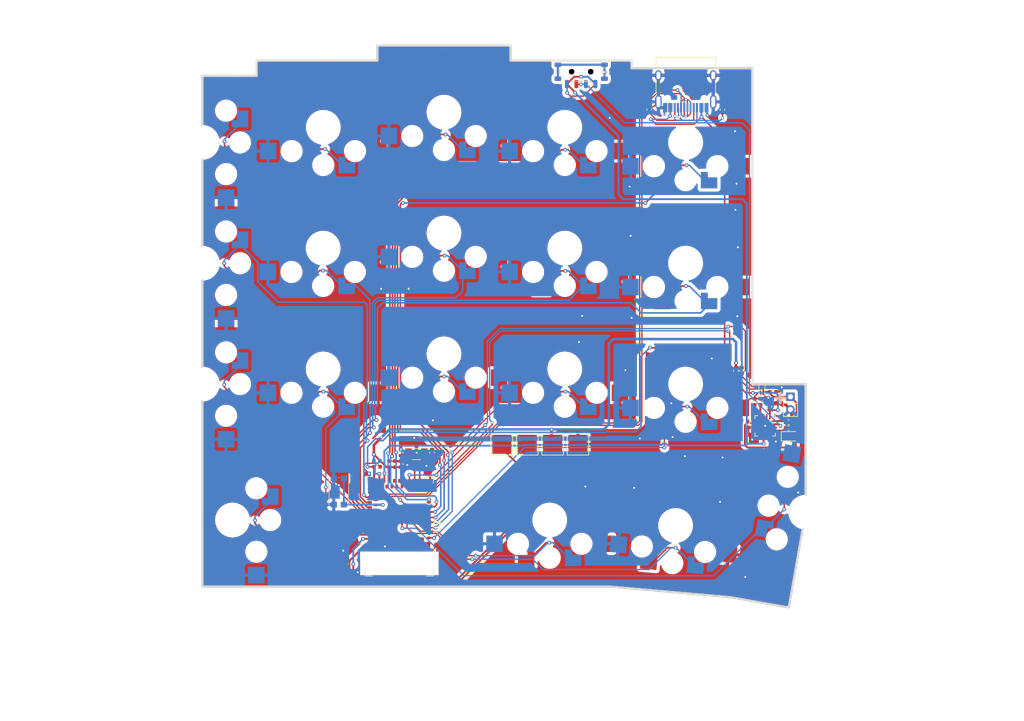
<source format=kicad_pcb>
(kicad_pcb (version 20241229) (generator "pcbnew") (generator_version "9.0")
  (layers (0 "F.Cu" signal) (2 "B.Cu" signal) (13 "F.Paste" user) (15 "B.Paste" user) (5 "F.SilkS" user "F.Silkscreen") (7 "B.SilkS" user "B.Silkscreen") (1 "F.Mask" user) (3 "B.Mask" user) (25 "Edge.Cuts" user))
  (net 0 "")
  (net 1 "+BATT")
  (net 2 "+3V3")
  (net 3 "GND")
  (net 4 "VBUS")
  (net 5 "/D+")
  (net 6 "/D-")
  (net 7 "Net-(U2-DCCH)")
  (net 9 "/SCL")
  (net 11 "/XL2")
  (net 12 "/battery_managment/VDDH OUT")
  (net 13 "/SW1")
  (net 14 "/XL1")
  (net 15 "Net-(U2-P0.18)")
  (net 16 "/SW2")
  (net 17 "/SW3")
  (net 18 "/SW4")
  (net 19 "/SW5")
  (net 20 "/SW6")
  (net 21 "/SW7")
  (net 22 "VDDH")
  (net 23 "/SW8")
  (net 24 "/SW9")
  (net 25 "/SW10")
  (net 26 "/SW11")
  (net 27 "/SW12")
  (net 28 "/SW13")
  (net 29 "/SW14")
  (net 30 "/SW15")
  (net 31 "/SW16")
  (net 32 "/SW17")
  (net 33 "/SW18")
  (net 35 "Net-(U4-ISET)")
  (net 36 "Net-(U4-TS)")
  (net 37 "Net-(U4-~{CHG})")
  (net 39 "Net-(U4-ILIM)")
  (net 40 "/SW19")
  (net 41 "Net-(D1-K)")
  (net 42 "unconnected-(SW1-A-Pad1)")
  (net 43 "Net-(U2-SWDIO)")
  (net 45 "Net-(J3-CC2)")
  (net 46 "Net-(J3-CC1)")
  (net 47 "/SDA")
  (net 48 "Net-(U2-SWDCLK)")
  (footprint "ScottoKeebs_Choc:choc_v2_swap" (layer "F.Cu") (at 517.1025 353.93875)
    (property "Reference" "SW12")
    (property "Value" "SW_Push_45deg")
  )
  (footprint "ScottoKeebs_Choc:choc_v2_swap" (layer "F.Cu") (at 479.0025 353.93875)
    (property "Reference" "SW10")
    (property "Value" "SW_Push_45deg")
  )
  (footprint "ScottoKeebs_Choc:choc_v2_swap" (layer "F.Cu") (at 479.0325 334.88875)
    (property "Reference" "SW5")
    (property "Value" "SW_Push_45deg")
  )
  (footprint "Connector_USB:USB_C_Receptacle_HRO_TYPE-C-31-M-12" (layer "F.Cu") (at 536.1825 327.742237 180)
    (property "Reference" "J3" (hide yes))
    (property "Value" "USB_C_Receptacle_USB2.0_16P" (hide yes))
  )
  (footprint "ScottoKeebs_Choc:choc_v2_swap" (layer "F.Cu") (at 459.9525 356.32 90)
    (property "Reference" "SW9")
    (property "Value" "SW_Push_45deg")
  )
  (footprint "Capacitor_SMD:C_0402_1005Metric" (layer "F.Cu") (at 490.3275 387.992237 90)
    (property "Reference" "C2" (hide yes))
    (property "Value" "0.1uF" (hide yes))
  )
  (footprint "Connector_PinHeader_2.00mm:PinHeader_1x02_P2.00mm_Vertical" (layer "F.Cu") (at 552.6775 377.37)
    (property "Reference" "BT1" (hide yes))
    (property "Value" "Battery_Cell" (hide yes))
  )
  (footprint "Capacitor_SMD:C_0402_1005Metric" (layer "F.Cu") (at 544.0875 373.267237 90)
    (property "Reference" "R15" (hide yes))
    (property "Value" "5.1k" (hide yes))
  )
  (footprint "ScottoKeebs_Choc:choc_v2_swap" (layer "F.Cu") (at 536.1525 375.37)
    (property "Reference" "SW18")
    (property "Value" "SW_Push_45deg")
  )
  (footprint "Capacitor_SMD:C_0402_1005Metric" (layer "F.Cu") (at 546.1 381.737237 -90)
    (property "Reference" "C17" (hide yes))
    (property "Value" "4.7uF" (hide yes))
  )
  (footprint "Capacitor_SMD:C_0402_1005Metric" (layer "F.Cu") (at 541.9675 332.102237 90)
    (property "Reference" "R1" (hide yes))
    (property "Value" "5.1k" (hide yes))
  )
  (footprint "Capacitor_SMD:C_0402_1005Metric" (layer "F.Cu") (at 549.9075 376.617237)
    (property "Reference" "C18" (hide yes))
    (property "Value" "100nF" (hide yes))
  )
  (footprint "Capacitor_SMD:C_0402_1005Metric" (layer "F.Cu") (at 489.4075 387.992237 90)
    (property "Reference" "C1" (hide yes))
    (property "Value" "10uF" (hide yes))
  )
  (footprint "ScottoKeebs_Choc:choc_v2_swap" (layer "F.Cu") (at 498.0525 351.5575)
    (property "Reference" "SW11")
    (property "Value" "SW_Push_45deg")
  )
  (footprint "ScottoKeebs_Choc:choc_v2_swap" (layer "F.Cu") (at 459.9525 337.27 90)
    (property "Reference" "SW3")
    (property "Value" "SW_Push_45deg")
  )
  (footprint "Capacitor_SMD:C_0402_1005Metric" (layer "F.Cu") (at 491.2475 386.172237 90)
    (property "Reference" "C14" (hide yes))
    (property "Value" "12pF" (hide yes))
  )
  (footprint "ScottoKeebs_Choc:choc_v2_swap" (layer "F.Cu") (at 464.715 396.80125 90)
    (property "Reference" "SW19")
    (property "Value" "SW_Push_45deg")
  )
  (footprint "ScottoKeebs_Choc:choc_v2_swap" (layer "F.Cu") (at 517.1025 334.88875)
    (property "Reference" "SW7")
    (property "Value" "SW_Push_45deg")
  )
  (footprint "Crystal:Crystal_SMD_3215-2Pin_3.2x1.5mm" (layer "F.Cu") (at 493.7075 386.412237)
    (property "Reference" "Y2" (hide yes))
    (property "Value" "32.768kHz" (hide yes))
  )
  (footprint "Capacitor_SMD:C_0402_1005Metric" (layer "F.Cu") (at 491.2475 387.992237 90)
    (property "Reference" "C3" (hide yes))
    (property "Value" "0.1uF" (hide yes))
  )
  (footprint "Capacitor_SMD:C_0402_1005Metric" (layer "F.Cu") (at 552.3875 382.312237 180)
    (property "Reference" "R6" (hide yes))
    (property "Value" "1.5k" (hide yes))
  )
  (footprint "TestPoint:TestPoint_Pad_3.0x3.0mm" (layer "F.Cu") (at 519.1775 384.87)
    (property "Reference" "TP4" (hide yes))
    (property "Value" "TestPoint" (hide yes))
  )
  (footprint "ScottoKeebs_Choc:choc_v2_swap" (layer "F.Cu") (at 479.0025 372.98875)
    (property "Reference" "SW15")
    (property "Value" "SW_Push_45deg")
  )
  (footprint "Capacitor_SMD:C_0402_1005Metric" (layer "F.Cu") (at 549.36 378.917237 90)
    (property "Reference" "C16" (hide yes))
    (property "Value" "4.7uF" (hide yes))
  )
  (footprint "ScottoKeebs_Choc:choc_v2_swap" (layer "F.Cu") (at 498.0525 332.5075)
    (property "Reference" "SW6")
    (property "Value" "SW_Push_45deg")
  )
  (footprint "Capacitor_SMD:C_0402_1005Metric" (layer "F.Cu") (at 496.1675 386.172237 90)
    (property "Reference" "C15" (hide yes))
    (property "Value" "12pF" (hide yes))
  )
  (footprint "ScottoKeebs_Choc:choc_v2_swap" (layer "F.Cu") (at 555.085052 395.570124 -100)
    (property "Reference" "SW22")
    (property "Value" "SW_Push_45deg")
  )
  (footprint "Button_Switch_SMD:SW_SPDT_Shouhan_MSK12C02" (layer "F.Cu") (at 519.6775 326.12 180)
    (property "Reference" "SW2" (hide yes))
    (property "Value" "SW_SPDT" (hide yes))
  )
  (footprint "ScottoKeebs_Choc:choc_v2_swap" (layer "F.Cu") (at 536.1525 337.27)
    (property "Reference" "SW8")
    (property "Value" "SW_Push_45deg" (hide yes))
  )
  (footprint "Capacitor_SMD:C_0402_1005Metric" (layer "F.Cu") (at 552.3875 381.392237)
    (property "Reference" "R3" (hide yes))
    (property "Value" "1.5k" (hide yes))
  )
  (footprint "ScottoKeebs_Choc:choc_v2_swap" (layer "F.Cu") (at 534.565163 397.667654 -5)
    (property "Reference" "SW21")
    (property "Value" "SW_Push_45deg")
  )
  (footprint "ScottoKeebs_Components:WLP-8_1.67x0.93_P0.4" (layer "F.Cu") (at 548.1775 376.357237 -90)
    (property "Reference" "U3" (hide yes))
    (property "Value" "MAX17048X" (hide yes))
  )
  (footprint "Package_DFN_QFN:VQFN-16-1EP_3x3mm_P0.5mm_EP1.6x1.6mm" (layer "F.Cu") (at 548.69 381.957237)
    (property "Reference" "U4" (hide yes))
    (property "Value" "BQ24075RGT" (hide yes))
  )
  (footprint "Capacitor_SMD:C_0402_1005Metric" (layer "F.Cu") (at 545.0075 373.267237 90)
    (property "Reference" "R16" (hide yes))
    (property "Value" "5.1k" (hide yes))
  )
  (footprint "LED_SMD:LED_0603_1608Metric" (layer "F.Cu") (at 552.7075 383.607237)
    (property "Reference" "D1" (hide yes))
    (property "Value" "LED_Small" (hide yes))
  )
  (footprint "ScottoKeebs_Choc:choc_v2_swap" (layer "F.Cu") (at 498.0525 370.6075)
    (property "Reference" "SW16")
    (property "Value" "SW_Push_45deg")
  )
  (footprint "ScottoKeebs_Choc:choc_v2_swap" (layer "F.Cu") (at 536.1525 356.32)
    (property "Reference" "SW13")
    (property "Value" "SW_Push_45deg")
  )
  (footprint "Capacitor_SMD:C_0402_1005Metric" (layer "F.Cu") (at 487.5075 388.417237)
    (property "Reference" "C4" (hide yes))
    (property "Value" "10uF" (hide yes))
  )
  (footprint "Capacitor_SMD:C_0402_1005Metric" (layer "F.Cu") (at 547.0275 378.157237 90)
    (property "Reference" "R5" (hide yes))
    (property "Value" "10k" (hide yes))
  )
  (footprint "ScottoKeebs_Choc:choc_v2_swap" (layer "F.Cu") (at 514.72125 396.80125)
    (property "Reference" "SW20")
    (property "Value" "SW_Push_45deg")
  )
  (footprint "TestPoint:TestPoint_Pad_3.0x3.0mm" (layer "F.Cu") (at 515.1775 384.87)
    (property "Reference" "TP3" (hide yes))
    (property "Value" "TestPoint" (hide yes))
  )
  (footprint "Capacitor_SMD:C_0402_1005Metric" (layer "F.Cu") (at 547.9475 378.157237 90)
    (property "Reference" "R4" (hide yes))
    (property "Value" "3.9k" (hide yes))
  )
  (footprint "TestPoint:TestPoint_Pad_3.0x3.0mm" (layer "F.Cu") (at 507.1775 384.87)
    (property "Reference" "TP1" (hide yes))
    (property "Value" "TestPoint" (hide yes))
  )
  (footprint "Capacitor_SMD:C_0402_1005Metric" (layer "F.Cu") (at 530.4025 332.102237 90)
    (property "Reference" "R2" (hide yes))
    (property "Value" "5.1k" (hide yes))
  )
  (footprint "ScottoKeebs_Choc:choc_v2_swap" (layer "F.Cu") (at 459.9525 375.37 90)
    (property "Reference" "SW14")
    (property "Value" "SW_Push_45deg")
  )
  (footprint "TestPoint:TestPoint_Pad_3.0x3.0mm" (layer "F.Cu") (at 511.1775 384.87)
    (property "Reference" "TP2" (hide yes))
    (property "Value" "TestPoint" (hide yes))
  )
  (footprint "ScottoKeebs_Choc:choc_v2_swap" (layer "F.Cu") (at 517.1025 372.98875)
    (property "Reference" "SW17")
    (property "Value" "SW_Push_45deg")
  )
  (footprint "RF_Module:Raytac_MDBT50Q" (layer "F.Cu") (at 491.0275 397.77 180)
    (property "Reference" "U2")
    (property "Value" "MDBT50Q-1MV2" (hide yes))
  )
  (footprint "ScottoKeebs_Choc:choc_v2_swap" (layer "B.Cu") (at 514.72125 396.80125 180)
    (property "Reference" "SW33")
    (property "Value" "SW_Push_45deg")
  )
  (footprint "Inductor_SMD:L_0402_1005Metric" (layer "B.Cu") (at 487.4875 387.487237)
    (property "Reference" "L1" (hide yes))
    (property "Value" "DNP" (hide yes))
  )
  (footprint "ScottoKeebs_Choc:choc_v2_swap" (layer "B.Cu") (at 517.1025 353.93875 180)
    (property "Reference" "SW35")
    (property "Value" "SW_Push_45deg")
  )
  (footprint "ScottoKeebs_Choc:choc_v2_swap" (layer "B.Cu") (at 498.0525 351.5575 180)
    (property "Reference" "SW31")
    (property "Value" "SW_Push_45deg")
  )
  (footprint "Button_Switch_SMD:SW_SPDT_Shouhan_MSK12C02" (layer "B.Cu") (at 519.6775 326.12)
    (property "Reference" "SW1" (hide yes))
    (property "Value" "SW_SPDT" (hide yes))
  )
  (footprint "ScottoKeebs_Choc:choc_v2_swap" (layer "B.Cu") (at 536.1525 375.37 180)
    (property "Reference" "SW40")
    (property "Value" "SW_Push_45deg")
  )
  (footprint "ScottoKeebs_Choc:choc_v2_swap" (layer "B.Cu") (at 459.9525 337.27 -90)
    (property "Reference" "SW23")
    (property "Value" "SW_Push_45deg")
  )
  (footprint "ScottoKeebs_Choc:choc_v2_swap" (layer "B.Cu") (at 498.0525 370.6075 180)
    (property "Reference" "SW32")
    (property "Value" "SW_Push_45deg")
  )
  (footprint "ScottoKeebs_Choc:choc_v2_swap" (layer "B.Cu") (at 459.9525 356.32 -90)
    (property "Reference" "SW24")
    (property "Value" "SW_Push_45deg")
  )
  (footprint "ScottoKeebs_Choc:choc_v2_swap" (layer "B.Cu") (at 536.1525 356.32 180)
    (property "Reference" "SW39")
    (property "Value" "SW_Push_45deg")
  )
  (footprint "ScottoKeebs_Choc:choc_v2_swap" (layer "B.Cu") (at 517.1025 334.88875 180)
    (property "Reference" "SW34")
    (property "Value" "SW_Push_45deg")
  )
  (footprint "ScottoKeebs_Choc:choc_v2_swap" (layer "B.Cu") (at 479.0025 372.98875 180)
    (property "Reference" "SW29")
    (property "Value" "SW_Push_45deg")
  )
  (footprint "ScottoKeebs_Choc:choc_v2_swap" (layer "B.Cu") (at 479.0325 334.88875 180)
    (property "Reference" "SW27")
    (property "Value" "SW_Push_45deg")
  )
  (footprint "ScottoKeebs_Choc:choc_v2_swap" (layer "B.Cu") (at 479.0025 353.93875 180)
    (property "Reference" "SW28")
    (property "Value" "SW_Push_45deg")
  )
  (footprint "ScottoKeebs_Choc:choc_v2_swap" (layer "B.Cu") (at 498.0525 332.5075 180)
    (property "Reference" "SW30")
    (property "Value" "SW_Push_45deg" (hide yes))
  )
  (footprint "ScottoKeebs_Choc:choc_v2_swap" (layer "B.Cu") (at 534.565163 397.667654 175)
    (property "Reference" "SW37")
    (property "Value" "SW_Push_45deg")
  )
  (footprint "ScottoKeebs_Choc:choc_v2_swap" (layer "B.Cu") (at 517.1025 372.98875 180)
    (property "Reference" "SW36")
    (property "Value" "SW_Push_45deg")
  )
  (footprint "ScottoKeebs_Choc:choc_v2_swap" (layer "B.Cu") (at 536.1525 337.27 180)
    (property "Reference" "SW38")
    (property "Value" "SW_Push_45deg" (hide yes))
  )
  (footprint "ScottoKeebs_Choc:choc_v2_swap" (layer "B.Cu") (at 459.9525 375.37 -90)
    (property "Reference" "SW25")
    (property "Value" "SW_Push_45deg")
  )
  (footprint "Button_Switch_SMD:SW_Push_1P1T_NO_CK_KMR2" (layer "B.Cu") (at 481.4775 392.32 90)
    (property "Reference" "SW4" (hide yes))
    (property "Value" "SW_Push" (hide yes))
  )
  (footprint "ScottoKeebs_Choc:choc_v2_swap" (layer "B.Cu") (at 555.085052 395.570124 80)
    (property "Reference" "SW41")
    (property "Value" "SW_Push_45deg")
  )
  (footprint "ScottoKeebs_Choc:choc_v2_swap" (layer "B.Cu") (at 464.715 396.80125 -90)
    (property "Reference" "SW26")
    (property "Value" "SW_Push_45deg")
  )
  (gr_line (start 459.9525 327.745) (end 459.9525 326.745) (stroke (width 0.1)) (layer "F.SilkS"))
  (gr_line (start 498.0525 321.9825) (end 508.5775 321.9825) (stroke (width 0.3)) (layer "Edge.Cuts"))
  (gr_line (start 459.9525 375.37) (end 459.9525 337.27) (stroke (width 0.3)) (layer "Edge.Cuts"))
  (gr_line (start 543.136602 408.982762) (end 552.430406 410.625371) (stroke (width 0.3)) (layer "Edge.Cuts"))
  (gr_line (start 546.6775 375.37) (end 546.6775 325.557237) (stroke (width 0.3)) (layer "Edge.Cuts"))
  (gr_line (start 552.430406 410.625371) (end 555.085052 395.570124) (stroke (width 0.3)) (layer "Edge.Cuts"))
  (gr_line (start 459.9525 407.32625) (end 459.9525 396.80125) (stroke (width 0.3)) (layer "Edge.Cuts"))
  (gr_line (start 508.5775 321.9825) (end 508.5775 324.364654) (stroke (width 0.3)) (layer "Edge.Cuts"))
  (gr_line (start 524.24625 407.32625) (end 514.93375 407.32625) (stroke (width 0.3)) (layer "Edge.Cuts"))
  (gr_line (start 479.0325 324.36375) (end 487.5275 324.36375) (stroke (width 0.3)) (layer "Edge.Cuts"))
  (gr_line (start 517.1025 324.36375) (end 527.6275 324.362634) (stroke (width 0.3)) (layer "Edge.Cuts"))
  (gr_line (start 459.9525 337.27) (end 459.9525 326.745) (stroke (width 0.3)) (layer "Edge.Cuts"))
  (gr_line (start 479.0325 324.36375) (end 468.5075 324.36375) (stroke (width 0.3)) (layer "Edge.Cuts"))
  (gr_line (start 459.9525 326.745) (end 468.5075 326.745) (stroke (width 0.3)) (layer "Edge.Cuts"))
  (gr_line (start 487.5275 321.9825) (end 498.0525 321.9825) (stroke (width 0.3)) (layer "Edge.Cuts"))
  (gr_line (start 468.5075 324.36375) (end 468.5075 326.745) (stroke (width 0.3)) (layer "Edge.Cuts"))
  (gr_line (start 524.24625 407.32625) (end 543.136602 408.982762) (stroke (width 0.3)) (layer "Edge.Cuts"))
  (gr_line (start 459.9525 375.37) (end 459.9525 396.80125) (stroke (width 0.3)) (layer "Edge.Cuts"))
  (gr_line (start 487.5275 324.36375) (end 487.5275 321.9825) (stroke (width 0.3)) (layer "Edge.Cuts"))
  (gr_line (start 546.6775 375.37) (end 555.085052 375.37) (stroke (width 0.3)) (layer "Edge.Cuts"))
  (gr_line (start 527.6275 325.557237) (end 527.6275 324.362634) (stroke (width 0.3)) (layer "Edge.Cuts"))
  (gr_line (start 555.085052 395.570124) (end 555.085052 375.37) (stroke (width 0.3)) (layer "Edge.Cuts"))
  (gr_line (start 546.6775 325.557237) (end 527.6275 325.557237) (stroke (width 0.3)) (layer "Edge.Cuts"))
  (gr_line (start 459.9525 407.32625) (end 514.93375 407.32625) (stroke (width 0.3)) (layer "Edge.Cuts"))
  (gr_line (start 517.1025 324.36375) (end 508.5775 324.364654) (stroke (width 0.3)) (layer "Edge.Cuts"))
  (gr_text "+" (at 552.1075 379.067237 90) (layer "F.SilkS") (effects (font (size 2 2) (thickness 0.4) (bold yes)) (justify left bottom)))
  (gr_text "+" (at 550.07 379.075073 -90) (layer "B.SilkS") (effects (font (size 2 2) (thickness 0.4) (bold yes)) (justify left bottom mirror)))
  (segment (start 523.3525 326.167237) (end 523.3525 325.02) (width 0.3) (layer "F.Cu") (net 0))
  (segment (start 516.0025 325.02) (end 516.0025 327.22) (width 0.3) (layer "F.Cu") (net 0))
  (segment (start 523.3525 327.22) (end 523.3525 326.167237) (width 0.3) (layer "F.Cu") (net 0))
  (segment (start 523.3525 325.02) (end 516.0025 325.02) (width 0.3) (layer "F.Cu") (net 0))
  (via (at 523.3525 326.167237) (size 0.6) (drill 0.3) (layers "F.Cu" "B.Cu") (net 0))
  (segment (start 523.3525 325.02) (end 516.0025 325.02) (width 0.3) (layer "B.Cu") (net 0))
  (segment (start 516.0025 325.02) (end 516.0025 327.22) (width 0.3) (layer "B.Cu") (net 0))
  (segment (start 523.3525 327.22) (end 523.3525 325.02) (width 0.3) (layer "B.Cu") (net 0))
  (segment (start 548.3775 376.557237) (end 549.3675 376.557237) (width 0.25) (layer "F.Cu") (net 1))
  (segment (start 553.5075 385.067237) (end 553.5075 383.607237) (width 0.3) (layer "F.Cu") (net 1))
  (segment (start 546.1 381.257237) (end 546.55 381.707237) (width 0.2) (layer "F.Cu") (net 1))
  (segment (start 545.8585 385.368237) (end 553.2065 385.368237) (width 0.3) (layer "F.Cu") (net 1))
  (segment (start 553.5075 383.607237) (end 553.495 383.607237) (width 0.3) (layer "F.Cu") (net 1))
  (segment (start 549.3675 376.557237) (end 549.4275 376.617237) (width 0.25) (layer "F.Cu") (net 1))
  (segment (start 553.2065 385.368237) (end 553.5075 385.067237) (width 0.3) (layer "F.Cu") (net 1))
  (segment (start 545.489 384.998737) (end 545.8585 385.368237) (width 0.3) (layer "F.Cu") (net 1))
  (segment (start 546.1 381.257237) (end 545.489 381.868237) (width 0.3) (layer "F.Cu") (net 1))
  (segment (start 547.2525 382.207237) (end 547.2525 381.707237) (width 0.3) (layer "F.Cu") (net 1))
  (segment (start 553.495 383.607237) (end 553.6535 383.448737) (width 0.3) (layer "F.Cu") (net 1))
  (segment (start 552.6775 377.37) (end 549.960263 377.37) (width 0.3) (layer "F.Cu") (net 1))
  (segment (start 546.55 381.707237) (end 547.2525 381.707237) (width 0.2) (layer "F.Cu") (net 1))
  (segment (start 553.6535 378.346) (end 552.6775 377.37) (width 0.3) (layer "F.Cu") (net 1))
  (segment (start 553.6535 383.448737) (end 553.6535 378.346) (width 0.3) (layer "F.Cu") (net 1))
  (segment (start 545.489 381.868237) (end 545.489 384.998737) (width 0.3) (layer "F.Cu") (net 1))
  (segment (start 549.960263 377.37) (end 549.4275 376.837237) (width 0.3) (layer "F.Cu") (net 1))
  (segment (start 548.3775 376.557237) (end 548.3775 376.157237) (width 0.25) (layer "F.Cu") (net 1))
  (segment (start 549.4275 376.837237) (end 549.4275 376.617237) (width 0.3) (layer "F.Cu") (net 1))
  (segment (start 489.4275 388.492237) (end 489.4075 388.472237) (width 0.3) (layer "F.Cu") (net 2))
  (segment (start 491.2475 388.472237) (end 489.4075 388.472237) (width 0.3) (layer "F.Cu") (net 2))
  (segment (start 488.2075 383.767237) (end 487.0075 384.967237) (width 0.4) (layer "F.Cu") (net 2))
  (segment (start 515.0075 384.7) (end 515.1775 384.87) (width 0.4) (layer "F.Cu") (net 2))
  (segment (start 487.0075 384.967237) (end 487.0075 386.467237) (width 0.4) (layer "F.Cu") (net 2))
  (segment (start 544.0875 372.787237) (end 545.0075 372.787237) (width 0.4) (layer "F.Cu") (net 2))
  (segment (start 544.0875 372.787237) (end 544.0875 372.037237) (width 0.4) (layer "F.Cu") (net 2))
  (segment (start 544.0875 372.037237) (end 544.1075 372.017237) (width 0.4) (layer "F.Cu") (net 2))
  (segment (start 487.0075 386.467237) (end 489.0125 388.472237) (width 0.3) (layer "F.Cu") (net 2))
  (segment (start 515.0075 382.517237) (end 515.0075 384.7) (width 0.4) (layer "F.Cu") (net 2))
  (segment (start 489.4275 390.62) (end 489.4275 388.492237) (width 0.3) (layer "F.Cu") (net 2))
  (segment (start 489.0125 388.472237) (end 489.4075 388.472237) (width 0.3) (layer "F.Cu") (net 2))
  (via (at 488.2075 383.767237) (size 0.45) (drill 0.3) (layers "F.Cu" "B.Cu") (net 2))
  (via (at 515.0075 382.517237) (size 0.6) (drill 0.3) (layers "F.Cu" "B.Cu") (net 2))
  (via (at 544.1075 372.017237) (size 0.6) (drill 0.3) (layers "F.Cu" "B.Cu") (net 2))
  (via (at 487.0075 386.467237) (size 0.6) (drill 0.3) (layers "F.Cu" "B.Cu") (net 2))
  (segment (start 544.1075 368.767237) (end 543.6075 368.267237) (width 0.4) (layer "B.Cu") (net 2))
  (segment (start 524.7575 368.267237) (end 524.0535 368.971237) (width 0.4) (layer "B.Cu") (net 2))
  (segment (start 487.0025 387.487237) (end 487.0025 386.472237) (width 0.3) (layer "B.Cu") (net 2))
  (segment (start 515.0075 382.517237) (end 489.4575 382.517237) (width 0.4) (layer "B.Cu") (net 2))
  (segment (start 489.4575 382.517237) (end 488.2075 383.767237) (width 0.4) (layer "B.Cu") (net 2))
  (segment (start 524.0535 381.721237) (end 523.2575 382.517237) (width 0.4) (layer "B.Cu") (net 2))
  (segment (start 523.2575 382.517237) (end 515.0075 382.517237) (width 0.4) (layer "B.Cu") (net 2))
  (segment (start 543.6075 368.267237) (end 524.7575 368.267237) (width 0.4) (layer "B.Cu") (net 2))
  (segment (start 524.0535 368.971237) (end 524.0535 381.721237) (width 0.4) (layer "B.Cu") (net 2))
  (segment (start 487.0025 386.472237) (end 487.0075 386.467237) (width 0.3) (layer "B.Cu") (net 2))
  (segment (start 544.1075 372.017237) (end 544.1075 368.767237) (width 0.4) (layer "B.Cu") (net 2))
  (segment (start 547.0275 377.677237) (end 547.0275 377.330461) (width 0.2) (layer "F.Cu") (net 3))
  (segment (start 485.4565 388.189005) (end 485.4565 388.696237) (width 0.2) (layer "F.Cu") (net 3))
  (segment (start 546.1 383.559737) (end 546.6575 384.117237) (width 0.2) (layer "F.Cu") (net 3))
  (segment (start 487.9875 388.417237) (end 487.4265 387.856237) (width 0.2) (layer "F.Cu") (net 3))
  (segment (start 548.6 377.677237) (end 549.0475 377.677237) (width 0.2) (layer "F.Cu") (net 3))
  (segment (start 546.6575 384.117237) (end 546.6575 383.302237) (width 0.2) (layer "F.Cu") (net 3))
  (segment (start 547.0275 377.677237) (end 547.9475 377.677237) (width 0.2) (layer "F.Cu") (net 3))
  (segment (start 530.4025 331.622237) (end 531.1125 331.622237) (width 0.2) (layer "F.Cu") (net 3))
  (segment (start 546.6575 383.302237) (end 547.2525 382.707237) (width 0.2) (layer "F.Cu") (net 3))
  (segment (start 548.377499 376.957237) (end 548.6 377.179738) (width 0.2) (layer "F.Cu") (net 3))
  (segment (start 548.377499 375.757237) (end 548.417499 375.717237) (width 0.2) (layer "F.Cu") (net 3))
  (segment (start 488.7575 400.967237) (end 488.7575 401.117237) (width 0.2) (layer "F.Cu") (net 3))
  (segment (start 552.8675 381.392237) (end 552.8675 379.56) (width 0.5) (layer "F.Cu") (net 3))
  (segment (start 546.1 382.217237) (end 546.1 383.559737) (width 0.2) (layer "F.Cu") (net 3))
  (segment (start 551.154737 375.717237) (end 551.3075 375.87) (width 0.2) (layer "F.Cu") (net 3))
  (segment (start 551.3075 378.437237) (end 549.36 378.437237) (width 0.5) (layer "F.Cu") (net 3))
  (segment (start 496.9915 386.516237) (end 496.9915 387.713294) (width 0.3) (layer "F.Cu") (net 3))
  (segment (start 488.354737 401.52) (end 486.3775 401.52) (width 0.2) (layer "F.Cu") (net 3))
  (segment (start 549.0475 377.677237) (end 549.2075 377.517237) (width 0.2) (layer "F.Cu") (net 3))
  (segment (start 496.437557 388.267237) (end 495.419338 388.267237) (width 0.3) (layer "F.Cu") (net 3))
  (segment (start 549.44 383.394737) (end 549.44 383.499737) (width 0.2) (layer "F.Cu") (net 3))
  (segment (start 496.9915 387.713294) (end 496.437557 388.267237) (width 0.3) (layer "F.Cu") (net 3))
  (segment (start 552.8675 379.56) (end 552.6775 379.37) (width 0.5) (layer "F.Cu") (net 3))
  (segment (start 548.417499 375.717237) (end 551.154737 375.717237) (width 0.2) (layer "F.Cu") (net 3))
  (segment (start 546.295263 377.677237) (end 544.8525 379.12) (width 0.2) (layer "F.Cu") (net 3))
  (segment (start 547.0275 377.677237) (end 546.295263 377.677237) (width 0.2) (layer "F.Cu") (net 3))
  (segment (start 551.4575 378.587237) (end 551.3075 378.437237) (width 0.5) (layer "F.Cu") (net 3))
  (segment (start 485.4565 388.696237) (end 486.2475 389.487237) (width 0.2) (layer "F.Cu") (net 3))
  (segment (start 531.1125 331.622237) (end 531.8625 330.872237) (width 0.2) (layer "F.Cu") (net 3))
  (segment (start 485.789268 387.856237) (end 485.4565 388.189005) (width 0.2) (layer "F.Cu") (net 3))
  (segment (start 548.6 377.677237) (end 549.36 378.437237) (width 0.2) (layer "F.Cu") (net 3))
  (segment (start 491.2475 387.512237) (end 491.6725 387.512237) (width 0.2) (layer "F.Cu") (net 3))
  (segment (start 487.4265 387.856237) (end 485.789268 387.856237) (width 0.2) (layer "F.Cu") (net 3))
  (segment (start 552.6775 379.37) (end 551.894737 378.587237) (width 0.5) (layer "F.Cu") (net 3))
  (segment (start 548.6 377.179738) (end 548.6 377.677237) (width 0.2) (layer "F.Cu") (net 3))
  (segment (start 547.800724 376.557237) (end 547.9775 376.557237) (width 0.2) (layer "F.Cu") (net 3))
  (segment (start 495.419338 388.267237) (end 495.2875 388.267237) (width 0.2) (layer "F.Cu") (net 3))
  (segment (start 549.44 383.499737) (end 550.3575 384.417237) (width 0.2) (layer "F.Cu") (net 3))
  (segment (start 547.2175 384.117237) (end 547.94 383.394737) (width 0.2) (layer "F.Cu") (net 3))
  (segment (start 547.0275 377.330461) (end 547.800724 376.557237) (width 0.2) (layer "F.Cu") (net 3))
  (segment (start 547.9475 377.677237) (end 548.6 377.677237) (width 0.2) (layer "F.Cu") (net 3))
  (segment (start 489.4075 387.512237) (end 491.2475 387.512237) (width 0.2) (layer "F.Cu") (net 3))
  (segment (start 496.1675 385.692237) (end 496.9915 386.516237) (width 0.3) (layer "F.Cu") (net 3))
  (segment (start 546.6575 384.117237) (end 547.2175 384.117237) (width 0.2) (layer "F.Cu") (net 3))
  (segment (start 488.7575 401.117237) (end 488.354737 401.52) (width 0.2) (layer "F.Cu") (net 3))
  (segment (start 491.6725 387.512237) (end 492.2675 388.107237) (width 0.2) (layer "F.Cu") (net 3))
  (segment (start 551.894737 378.587237) (end 551.4575 378.587237) (width 0.5) (layer "F.Cu") (net 3))
  (via (at 527.3275 344.237237) (size 0.6) (drill 0.3) (layers "F.Cu" "B.Cu") (net 3))
  (via (at 527.4875 351.987237) (size 0.6) (drill 0.3) (layers "F.Cu" "B.Cu") (net 3))
  (via (at 548.69 381.957237) (size 0.6) (drill 0.3) (layers "F.Cu" "B.Cu") (net 3))
  (via (at 526.6575 373.177237) (size 0.6) (drill 0.3) (layers "F.Cu" "B.Cu") (net 3))
  (via (at 484.4475 405.037237) (size 0.6) (drill 0.3) (layers "F.Cu" "B.Cu") (net 3))
  (via (at 551.3075 375.87) (size 0.6) (drill 0.3) (layers "F.Cu" "B.Cu") (net 3))
  (via (at 527.6375 364.937237) (size 0.6) (drill 0.3) (layers "F.Cu" "B.Cu") (net 3))
  (via (at 528.9075 383.947237) (size 0.6) (drill 0.3) (layers "F.Cu" "B.Cu") (net 3))
  (via (at 534.1075 383.727237) (size 0.6) (drill 0.3) (layers "F.Cu" "B.Cu") (net 3))
  (via (at 540.2675 371.337237) (size 0.6) (drill 0.3) (layers "F.Cu" "B.Cu") (net 3))
  (via (at 546.6575 384.117237) (size 0.6) (drill 0.3) (layers "F.Cu" "B.Cu") (net 3))
  (via (at 495.2875 388.267237) (size 0.6) (drill 0.3) (layers "F.Cu" "B.Cu") (net 3))
  (via (at 496.3075 381.097237) (size 0.6) (drill 0.3) (layers "F.Cu" "B.Cu") (net 3))
  (via (at 493.7475 386.187237) (size 0.6) (drill 0.3) (layers "F.Cu" "B.Cu") (net 3))
  (via (at 491.2475 385.692237) (size 0.6) (drill 0.3) (layers "F.Cu" "B.Cu") (net 3))
  (via (at 482.1575 401.627237) (size 0.6) (drill 0.3) (layers "F.Cu" "B.Cu") (net 3))
  (via (at 549.2075 377.517237) (size 0.6) (drill 0.3) (layers "F.Cu" "B.Cu") (net 3))
  (via (at 488.7575 400.967237) (size 0.45) (drill 0.3) (layers "F.Cu" "B.Cu") (net 3))
  (via (at 492.2675 388.107237) (size 0.6) (drill 0.3) (layers "F.Cu" "B.Cu") (net 3))
  (via (at 533.8975 378.407237) (size 0.6) (drill 0.3) (layers "F.Cu" "B.Cu") (net 3))
  (via (at 541.5875 393.937237) (size 0.6) (drill 0.3) (layers "F.Cu" "B.Cu") (net 3))
  (via (at 519.8375 364.617237) (size 0.6) (drill 0.3) (layers "F.Cu" "B.Cu") (net 3))
  (via (at 520.3475 391.527237) (size 0.6) (drill 0.3) (layers "F.Cu" "B.Cu") (net 3))
  (via (at 488.1575 360.337237) (size 0.6) (drill 0.3) (layers "F.Cu" "B.Cu") (net 3))
  (via (at 492.4775 360.337237) (size 0.6) (drill 0.3) (layers "F.Cu" "B.Cu") (net 3))
  (via (at 544.1875 343.777237) (size 0.6) (drill 0.3) (layers "F.Cu" "B.Cu") (net 3))
  (via (at 519.3375 368.737237) (size 0.6) (drill 0.3) (layers "F.Cu" "B.Cu") (net 3))
  (via (at 543.9975 347.907237) (size 0.6) (drill 0.3) (layers "F.Cu" "B.Cu") (net 3))
  (via (at 553.9075 392.467237) (size 0.6) (drill 0.3) (layers "F.Cu" "B.Cu") (net 3))
  (via (at 528.0275 391.727237) (size 0.6) (drill 0.3) (layers "F.Cu" "B.Cu") (net 3))
  (via (at 493.3675 383.847237) (size 0.6) (drill 0.3) (layers "F.Cu" "B.Cu") (net 3))
  (via (at 536.0375 386.747237) (size 0.6) (drill 0.3) (layers "F.Cu" "B.Cu") (net 3))
  (via (at 550.3575 384.417237) (size 0.6) (drill 0.3) (layers "F.Cu" "B.Cu") (net 3))
  (via (at 545.5575 405.787237) (size 0.6) (drill 0.3) (layers "F.Cu" "B.Cu") (net 3))
  (via (at 544.3075 364.677237) (size 0.6) (drill 0.3) (layers "F.Cu" "B.Cu") (net 3))
  (via (at 486.2475 389.487237) (size 0.6) (drill 0.3) (layers "F.Cu" "B.Cu") (net 3))
  (via (at 543.9375 335.507237) (size 0.6) (drill 0.3) (layers "F.Cu" "B.Cu") (net 3))
  (via (at 524.1775 333.387237) (size 0.6) (drill 0.3) (layers "F.Cu" "B.Cu") (net 3))
  (via (at 541.9675 386.937237) (size 0.6) (drill 0.3) (layers "F.Cu" "B.Cu") (net 3))
  (via (at 539.5875 333.007237) (size 0.6) (drill 0.3) (layers "F.Cu" "B.Cu") (net 3))
  (via (at 481.4775 391.327237) (size 0.6) (drill 0.3) (layers "F.Cu" "B.Cu") (net 3))
  (via (at 544.3975 353.807237) (size 0.6) (drill 0.3) (layers "F.Cu" "B.Cu") (net 3))
  (segment (start 550.3575 384.417237) (end 550.0575 384.117237) (width 0.2) (layer "B.Cu") (net 3))
  (segment (start 550.0575 384.117237) (end 546.6575 384.117237) (width 0.2) (layer "B.Cu") (net 3))
  (segment (start 542.3075 342.518065) (end 542.3075 358.571935) (width 0.25) (layer "F.Cu") (net 4))
  (segment (start 549.44 379.477237) (end 549.36 379.397237) (width 0.4) (layer "F.Cu") (net 4))
  (segment (start 538.6575 333.242237) (end 542.3075 336.892237) (width 0.25) (layer "F.Cu") (net 4))
  (segment (start 545.651737 376.767237) (end 542.3075 373.423) (width 0.25) (layer "F.Cu") (net 4))
  (segment (start 542.3075 373.423) (end 542.3075 369.667237) (width 0.25) (layer "F.Cu") (net 4))
  (segment (start 487.0275 388.417237) (end 487.027499 390.62) (width 0.3) (layer "F.Cu") (net 4))
  (segment (start 538.6575 333.242237) (end 538.6575 331.812236) (width 0.25) (layer "F.Cu") (net 4))
  (segment (start 546.7575 376.767237) (end 545.651737 376.767237) (width 0.25) (layer "F.Cu") (net 4))
  (segment (start 542.3075 358.571935) (end 543.0285 359.292935) (width 0.25) (layer "F.Cu") (net 4))
  (segment (start 550.7075 379.467237) (end 549.45 379.467237) (width 0.25) (layer "F.Cu") (net 4))
  (segment (start 537.480737 334.419) (end 538.6575 333.242237) (width 0.2) (layer "F.Cu") (net 4))
  (segment (start 533.732499 333.072238) (end 533.7175 333.087237) (width 0.2) (layer "F.Cu") (net 4))
  (segment (start 542.3075 361.568065) (end 542.3075 369.667237) (width 0.25) (layer "F.Cu") (net 4))
  (segment (start 542.3075 339.521935) (end 543.0285 340.242935) (width 0.25) (layer "F.Cu") (net 4))
  (segment (start 543.0285 341.797065) (end 542.3075 342.518065) (width 0.25) (layer "F.Cu") (net 4))
  (segment (start 543.0285 360.847065) (end 542.3075 361.568065) (width 0.25) (layer "F.Cu") (net 4))
  (segment (start 530.5575 369.667237) (end 530.5075 369.617237) (width 0.25) (layer "F.Cu") (net 4))
  (segment (start 543.0285 359.292935) (end 543.0285 360.847065) (width 0.25) (layer "F.Cu") (net 4))
  (segment (start 486.0075 388.417237) (end 487.0275 388.417237) (width 0.25) (layer "F.Cu") (net 4))
  (segment (start 533.732499 331.787237) (end 533.732499 333.072238) (width 0.2) (layer "F.Cu") (net 4))
  (segment (start 549.44 380.519737) (end 549.44 379.477237) (width 0.3) (layer "F.Cu") (net 4))
  (segment (start 530.659683 333.617237) (end 531.461446 334.419) (width 0.2) (layer "F.Cu") (net 4))
  (segment (start 542.3075 369.667237) (end 530.5575 369.667237) (width 0.25) (layer "F.Cu") (net 4))
  (segment (start 531.461446 334.419) (end 537.480737 334.419) (width 0.2) (layer "F.Cu") (net 4))
  (segment (start 543.0285 340.242935) (end 543.0285 341.797065) (width 0.25) (layer "F.Cu") (net 4))
  (segment (start 549.45 379.467237) (end 549.44 379.477237) (width 0.25) (layer "F.Cu") (net 4))
  (segment (start 542.3075 336.892237) (end 542.3075 339.521935) (width 0.25) (layer "F.Cu") (net 4))
  (segment (start 538.6575 331.812236) (end 538.632501 331.787237) (width 0.25) (layer "F.Cu") (net 4))
  (via (at 486.0075 388.417237) (size 0.6) (drill 0.3) (layers "F.Cu" "B.Cu") (net 4))
  (via (at 550.7075 379.467237) (size 0.6) (drill 0.3) (layers "F.Cu" "B.Cu") (net 4))
  (via (at 533.7175 333.087237) (size 0.6) (drill 0.3) (layers "F.Cu" "B.Cu") (net 4))
  (via (at 530.5075 369.617237) (size 0.6) (drill 0.3) (layers "F.Cu" "B.Cu") (net 4))
  (via (at 538.6575 333.242237) (size 0.6) (drill 0.3) (layers "F.Cu" "B.Cu") (net 4))
  (via (at 530.659683 333.617237) (size 0.6) (drill 0.3) (layers "F.Cu" "B.Cu") (net 4))
  (via (at 546.7575 376.767237) (size 0.6) (drill 0.3) (layers "F.Cu" "B.Cu") (net 4))
  (segment (start 533.7175 331.802236) (end 533.732499 331.787237) (width 0.2) (layer "B.Cu") (net 4))
  (segment (start 488.425377 384.293237) (end 487.989623 384.293237) (width 0.25) (layer "B.Cu") (net 4))
  (segment (start 529.1075 371.017237) (end 529.1075 382.067237) (width 0.25) (layer "B.Cu") (net 4))
  (segment (start 523.454666 382.993237) (end 515.346088 382.993237) (width 0.25) (layer "B.Cu") (net 4))
  (segment (start 487.989623 384.293237) (end 487.713623 384.017237) (width 0.25) (layer "B.Cu") (net 4))
  (segment (start 523.540666 382.907237) (end 523.454666 382.993237) (width 0.25) (layer "B.Cu") (net 4))
  (segment (start 546.7575 376.767237) (end 550.3575 376.767237) (width 0.25) (layer "B.Cu") (net 4))
  (segment (start 538.632501 331.787237) (end 538.632501 333.217238) (width 0.25) (layer "B.Cu") (net 4))
  (segment (start 533.7175 333.087237) (end 533.7175 331.802236) (width 0.2) (layer "B.Cu") (net 4))
  (segment (start 515.246088 383.093237) (end 514.768912 383.093237) (width 0.25) (layer "B.Cu") (net 4))
  (segment (start 538.632501 333.217238) (end 538.6575 333.242237) (width 0.25) (layer "B.Cu") (net 4))
  (segment (start 533.1875 333.617237) (end 530.659683 333.617237) (width 0.2) (layer "B.Cu") (net 4))
  (segment (start 514.768912 383.093237) (end 514.668912 382.993237) (width 0.25) (layer "B.Cu") (net 4))
  (segment (start 487.713623 384.017237) (end 487.2575 384.017237) (width 0.25) (layer "B.Cu") (net 4))
  (segment (start 487.2575 384.017237) (end 486.0075 385.267237) (width 0.25) (layer "B.Cu") (net 4))
  (segment (start 486.0075 385.267237) (end 486.0075 388.417237) (width 0.25) (layer "B.Cu") (net 4))
  (segment (start 550.3575 376.767237) (end 550.7075 377.117237) (width 0.25) (layer "B.Cu") (net 4))
  (segment (start 529.1075 382.067237) (end 528.2675 382.907237) (width 0.25) (layer "B.Cu") (net 4))
  (segment (start 528.2675 382.907237) (end 523.540666 382.907237) (width 0.25) (layer "B.Cu") (net 4))
  (segment (start 550.7075 377.117237) (end 550.7075 379.467237) (width 0.25) (layer "B.Cu") (net 4))
  (segment (start 514.668912 382.993237) (end 489.725377 382.993237) (width 0.25) (layer "B.Cu") (net 4))
  (segment (start 533.7175 333.087237) (end 533.1875 333.617237) (width 0.2) (layer "B.Cu") (net 4))
  (segment (start 530.5075 369.617237) (end 529.1075 371.017237) (width 0.25) (layer "B.Cu") (net 4))
  (segment (start 515.346088 382.993237) (end 515.246088 383.093237) (width 0.25) (layer "B.Cu") (net 4))
  (segment (start 489.725377 382.993237) (end 488.425377 384.293237) (width 0.25) (layer "B.Cu") (net 4))
  (segment (start 486.3775 392.42) (end 486.380263 392.417237) (width 0.2) (layer "F.Cu") (net 5))
  (segment (start 486.7265 392.417237) (end 486.7265 392.369) (width 0.2) (layer "F.Cu") (net 5))
  (segment (start 506.7065 381.868237) (end 528.702889 381.868237) (width 0.2) (layer "F.Cu") (net 5))
  (segment (start 536.4325 330.767237) (end 536.1825 330.517237) (width 0.2) (layer "F.Cu") (net 5))
  (segment (start 535.4325 330.862237) (end 535.7775 330.517237) (width 0.2) (layer "F.Cu") (net 5))
  (segment (start 486.380263 392.417237) (end 486.7265 392.417237) (width 0.2) (layer "F.Cu") (net 5))
  (segment (start 534.629268 329.572237) (end 535.085732 329.572237) (width 0.2) (layer "F.Cu") (net 5))
  (segment (start 536.4325 331.787237) (end 536.4325 330.767237) (width 0.2) (layer "F.Cu") (net 5))
  (segment (start 529.2575 331.865163) (end 531.551426 329.571237) (width 0.2) (layer "F.Cu") (net 5))
  (segment (start 487.828501 392.369) (end 488.526738 393.067237) (width 0.2) (layer "F.Cu") (net 5))
  (segment (start 495.5075 393.067237) (end 506.7065 381.868237) (width 0.2) (layer "F.Cu") (net 5))
  (segment (start 488.526738 393.067237) (end 495.5075 393.067237) (width 0.2) (layer "F.Cu") (net 5))
  (segment (start 534.628268 329.571237) (end 534.629268 329.572237) (width 0.2) (layer "F.Cu") (net 5))
  (segment (start 528.702889 381.868237) (end 529.2575 381.313625) (width 0.2) (layer "F.Cu") (net 5))
  (segment (start 486.7265 392.369) (end 487.828501 392.369) (width 0.2) (layer "F.Cu") (net 5))
  (segment (start 535.4325 331.787237) (end 535.4325 330.862237) (width 0.2) (layer "F.Cu") (net 5))
  (segment (start 529.2575 381.313625) (end 529.2575 331.865163) (width 0.2) (layer "F.Cu") (net 5))
  (segment (start 535.7775 330.517237) (end 536.1825 330.517237) (width 0.2) (layer "F.Cu") (net 5))
  (segment (start 531.551426 329.571237) (end 534.628268 329.571237) (width 0.2) (layer "F.Cu") (net 5))
  (segment (start 535.2365 329.571237) (end 536.1825 330.517237) (width 0.2) (layer "F.Cu") (net 5))
  (segment (start 535.086732 329.571237) (end 535.2365 329.571237) (width 0.2) (layer "F.Cu") (net 5))
  (segment (start 535.085732 329.572237) (end 535.086732 329.571237) (width 0.2) (layer "F.Cu") (net 5))
  (via (at 536.1825 330.517237) (size 0.45) (drill 0.3) (layers "F.Cu" "B.Cu") (net 5))
  (segment (start 536.9325 330.910237) (end 536.9325 331.787237) (width 0.2) (layer "B.Cu") (net 5))
  (segment (start 536.5395 330.517237) (end 536.9325 330.910237) (width 0.2) (layer "B.Cu") (net 5))
  (segment (start 535.9325 330.767237) (end 536.1825 330.517237) (width 0.2) (layer "B.Cu") (net 5))
  (segment (start 536.1825 330.517237) (end 536.5395 330.517237) (width 0.2) (layer "B.Cu") (net 5))
  (segment (start 535.9325 331.787237) (end 535.9325 330.767237) (width 0.2) (layer "B.Cu") (net 5))
  (segment (start 528.9065 381.168237) (end 528.5575 381.517237) (width 0.2) (layer "F.Cu") (net 6))
  (segment (start 528.9065 331.719775) (end 528.9065 381.168237) (width 0.2) (layer "F.Cu") (net 6))
  (segment (start 495.3585 392.716237) (end 488.672126 392.716237) (width 0.2) (layer "F.Cu") (net 6))
  (segment (start 536.9325 331.787237) (end 536.9325 332.712237) (width 0.2) (layer "F.Cu") (net 6))
  (segment (start 536.4775 333.167237) (end 536.1825 333.167237) (width 0.2) (layer "F.Cu") (net 6))
  (segment (start 535.9325 332.917237) (end 536.1825 333.167237) (width 0.2) (layer "F.Cu") (net 6))
  (segment (start 487.575889 391.62) (end 486.3775 391.62) (width 0.2) (layer "F.Cu") (net 6))
  (segment (start 488.672126 392.716237) (end 487.575889 391.62) (width 0.2) (layer "F.Cu") (net 6))
  (segment (start 534.8575 329.021237) (end 531.605038 329.021237) (width 0.2) (layer "F.Cu") (net 6))
  (segment (start 536.9325 332.712237) (end 536.4775 333.167237) (width 0.2) (layer "F.Cu") (net 6))
  (segment (start 535.9325 331.787237) (end 535.9325 332.917237) (width 0.2) (layer "F.Cu") (net 6))
  (segment (start 531.605038 329.021237) (end 528.9065 331.719775) (width 0.2) (layer "F.Cu") (net 6))
  (segment (start 506.5575 381.517237) (end 495.3585 392.716237) (width 0.2) (layer "F.Cu") (net 6))
  (segment (start 528.5575 381.517237) (end 506.5575 381.517237) (width 0.2) (layer "F.Cu") (net 6))
  (via (at 536.1825 333.167237) (size 0.45) (drill 0.3) (layers "F.Cu" "B.Cu") (net 6))
  (via (at 534.8575 329.021237) (size 0.6) (drill 0.3) (layers "F.Cu" "B.Cu") (net 6))
  (segment (start 536.1825 333.167237) (end 535.7575 333.167237) (width 0.2) (layer "B.Cu") (net 6))
  (segment (start 535.7575 333.167237) (end 535.4325 332.842237) (width 0.2) (layer "B.Cu") (net 6))
  (segment (start 535.4325 332.842237) (end 535.4325 331.787237) (width 0.2) (layer "B.Cu") (net 6))
  (segment (start 536.4325 332.917237) (end 536.1825 333.167237) (width 0.2) (layer "B.Cu") (net 6))
  (segment (start 536.4325 331.787237) (end 536.4325 332.917237) (width 0.2) (layer "B.Cu") (net 6))
  (segment (start 535.4325 329.596237) (end 534.8575 329.021237) (width 0.2) (layer "B.Cu") (net 6))
  (segment (start 535.4325 331.787237) (end 535.4325 329.596237) (width 0.2) (layer "B.Cu") (net 6))
  (segment (start 487.8575 389.517237) (end 487.8575 390.59) (width 0.3) (layer "F.Cu") (net 7))
  (segment (start 487.8575 390.59) (end 487.8275 390.62) (width 0.3) (layer "F.Cu") (net 7))
  (via (at 487.8575 389.517237) (size 0.6) (drill 0.3) (layers "F.Cu" "B.Cu") (net 7))
  (segment (start 487.9725 387.487237) (end 487.1575 388.302237) (width 0.3) (layer "B.Cu") (net 7))
  (segment (start 487.1575 389.517237) (end 487.8575 389.517237) (width 0.3) (layer "B.Cu") (net 7))
  (segment (start 487.1575 388.302237) (end 487.1575 389.517237) (width 0.3) (layer "B.Cu") (net 7))
  (segment (start 542.8825 367.04724) (end 543.1075 367.27224) (width 0.2) (layer "F.Cu") (net 9))
  (segment (start 543.1075 373.467237) (end 543.3875 373.747237) (width 0.2) (layer "F.Cu") (net 9))
  (segment (start 505.6575 381.792) (end 495.9295 391.52) (width 0.2) (layer "F.Cu") (net 9))
  (segment (start 544.0875 373.747237) (end 544.0875 374.027236) (width 0.2) (layer "F.Cu") (net 9))
  (segment (start 543.1075 367.27224) (end 543.1075 373.467237) (width 0.2) (layer "F.Cu") (net 9))
  (segment (start 543.3875 373.747237) (end 544.0875 373.747237) (width 0.2) (layer "F.Cu") (net 9))
  (segment (start 495.9295 391.52) (end 493.0275 391.52) (width 0.2) (layer "F.Cu") (net 9))
  (segment (start 544.0875 374.027236) (end 546.217501 376.157237) (width 0.2) (layer "F.Cu") (net 9))
  (segment (start 546.217501 376.157237) (end 547.9775 376.157237) (width 0.2) (layer "F.Cu") (net 9))
  (segment (start 505.6575 381.417237) (end 505.6575 381.792) (width 0.2) (layer "F.Cu") (net 9))
  (via (at 542.8825 367.04724) (size 0.6) (drill 0.3) (layers "F.Cu" "B.Cu") (net 9))
  (via (at 505.6575 381.417237) (size 0.45) (drill 0.3) (layers "F.Cu" "B.Cu") (net 9))
  (segment (start 505.2545 368.770237) (end 505.2545 381.014237) (width 0.2) (layer "B.Cu") (net 9))
  (segment (start 542.536594 367.04724) (end 542.458186 366.968832) (width 0.2) (layer "B.Cu") (net 9))
  (segment (start 542.458186 366.968832) (end 507.055905 366.968832) (width 0.2) (layer "B.Cu") (net 9))
  (segment (start 507.055905 366.968832) (end 505.2545 368.770237) (width 0.2) (layer "B.Cu") (net 9))
  (segment (start 542.8825 367.04724) (end 542.536594 367.04724) (width 0.2) (layer "B.Cu") (net 9))
  (segment (start 505.2545 381.014237) (end 505.6575 381.417237) (width 0.2) (layer "B.Cu") (net 9))
  (segment (start 493.4275 387.382237) (end 493.4275 390.62) (width 0.25) (layer "F.Cu") (net 11))
  (segment (start 492.2175 386.652237) (end 492.4575 386.412237) (width 0.5) (layer "F.Cu") (net 11))
  (segment (start 492.4575 386.412237) (end 493.4275 387.382237) (width 0.25) (layer "F.Cu") (net 11))
  (segment (start 491.2475 386.652237) (end 492.2175 386.652237) (width 0.5) (layer "F.Cu") (net 11))
  (segment (start 550.1275 381.707237) (end 550.8475 381.707237) (width 0.3) (layer "F.Cu") (net 12))
  (segment (start 550.8475 381.707237) (end 551.1075 381.967237) (width 0.3) (layer "F.Cu") (net 12))
  (segment (start 518.974737 328.117237) (end 518.9275 328.07) (width 0.2) (layer "F.Cu") (net 12))
  (segment (start 550.1275 381.707237) (end 550.1275 382.207237) (width 0.3) (layer "F.Cu") (net 12))
  (segment (start 519.6575 328.117237) (end 518.974737 328.117237) (width 0.2) (layer "F.Cu") (net 12))
  (via (at 551.1075 381.967237) (size 0.6) (drill 0.3) (layers "F.Cu" "B.Cu") (net 12))
  (via (at 519.6575 328.117237) (size 0.6) (drill 0.3) (layers "F.Cu" "B.Cu") (net 12))
  (segment (start 519.704737 328.07) (end 519.6575 328.117237) (width 0.2) (layer "B.Cu") (net 12))
  (segment (start 545.0575 334.167237) (end 526.524737 334.167237) (width 0.2) (layer "B.Cu") (net 12))
  (segment (start 551.1075 381.967237) (end 546.2075 377.067237) (width 0.2) (layer "B.Cu") (net 12))
  (segment (start 546.2075 377.067237) (end 546.2075 335.317237) (width 0.2) (layer "B.Cu") (net 12))
  (segment (start 526.524737 334.167237) (end 520.4275 328.07) (width 0.2) (layer "B.Cu") (net 12))
  (segment (start 520.4275 328.07) (end 519.704737 328.07) (width 0.2) (layer "B.Cu") (net 12))
  (segment (start 546.2075 335.317237) (end 545.0575 334.167237) (width 0.2) (layer "B.Cu") (net 12))
  (segment (start 465.9025 340.22) (end 463.4575 337.775) (width 0.25) (layer "F.Cu") (net 13))
  (segment (start 491.8275 394.297237) (end 491.950263 394.42) (width 0.2) (layer "F.Cu") (net 13))
  (segment (start 488.8475 346.657237) (end 472.339737 346.657237) (width 0.25) (layer "F.Cu") (net 13))
  (segment (start 463.4575 337.775) (end 463.4575 337.117237) (width 0.25) (layer "F.Cu") (net 13))
  (segment (start 489.5245 386.054502) (end 489.5245 347.334237) (width 0.25) (layer "F.Cu") (net 13))
  (segment (start 491.950263 394.42) (end 494.7775 394.42) (width 0.2) (layer "F.Cu") (net 13))
  (segment (start 489.5245 347.334237) (end 488.8475 346.657237) (width 0.25) (layer "F.Cu") (net 13))
  (segment (start 472.339737 346.657237) (end 465.9025 340.22) (width 0.25) (layer "F.Cu") (net 13))
  (segment (start 491.1575 393.617237) (end 491.8275 394.287237) (width 0.2) (layer "F.Cu") (net 13))
  (segment (start 491.8275 394.287237) (end 491.8275 394.297237) (width 0.2) (layer "F.Cu") (net 13))
  (segment (start 489.2575 386.321502) (end 489.5245 386.054502) (width 0.25) (layer "F.Cu") (net 13))
  (via (at 491.1575 393.617237) (size 0.6) (drill 0.3) (layers "F.Cu" "B.Cu") (net 13))
  (via (at 463.4575 337.117237) (size 0.6) (drill 0.3) (layers "F.Cu" "B.Cu") (net 13))
  (via (at 489.2575 386.321502) (size 0.6) (drill 0.3) (layers "F.Cu" "B.Cu") (net 13))
  (segment (start 463.4575 337.117237) (end 463.4575 336.765) (width 0.25) (layer "B.Cu") (net 13))
  (segment (start 463.4575 336.765) (end 465.9025 334.32) (width 0.25) (layer "B.Cu") (net 13))
  (segment (start 489.2575 386.321502) (end 489.2575 391.717237) (width 0.2) (layer "B.Cu") (net 13))
  (segment (start 489.2575 391.717237) (end 491.1575 393.617237) (width 0.2) (layer "B.Cu") (net 13))
  (segment (start 495.1975 386.652237) (end 494.9575 386.412237) (width 0.5) (layer "F.Cu") (net 14))
  (segment (start 496.1675 386.652237) (end 495.1975 386.652237) (width 0.5) (layer "F.Cu") (net 14))
  (segment (start 494.2275 387.142237) (end 494.2275 390.62) (width 0.25) (layer "F.Cu") (net 14))
  (segment (start 494.9575 386.412237) (end 494.2275 387.142237) (width 0.25) (layer "F.Cu") (net 14))
  (segment (start 487.2775 394.42) (end 488.404737 394.42) (width 0.3) (layer "F.Cu") (net 15))
  (segment (start 488.404737 394.42) (end 488.4075 394.417237) (width 0.3) (layer "F.Cu") (net 15))
  (via (at 488.4075 394.417237) (size 0.6) (drill 0.3) (layers "F.Cu" "B.Cu") (net 15))
  (segment (start 482.2775 390.270001) (end 482.2775 394.369999) (width 0.3) (layer "B.Cu") (net 15))
  (segment (start 488.4075 394.417237) (end 488.360262 394.369999) (width 0.3) (layer "B.Cu") (net 15))
  (segment (start 488.360262 394.369999) (end 482.2775 394.369999) (width 0.3) (layer "B.Cu") (net 15))
  (segment (start 479.3075 338.317237) (end 478.604013 338.317237) (width 0.25) (layer "F.Cu") (net 16))
  (segment (start 489.87154 386.752151) (end 489.87154 386.274562) (width 0.25) (layer "F.Cu") (net 16))
  (segment (start 489.87154 386.274562) (end 489.9255 386.220602) (width 0.25) (layer "F.Cu") (net 16))
  (segment (start 478.604013 338.317237) (end 476.0825 340.83875) (width 0.25) (layer "F.Cu") (net 16))
  (segment (start 495.700618 393.582219) (end 495.700618 393.996882) (width 0.25) (layer "F.Cu") (net 16))
  (segment (start 481.499987 346.256237) (end 476.0825 340.83875) (width 0.25) (layer "F.Cu") (net 16))
  (segment (start 489.0136 346.256237) (end 481.499987 346.256237) (width 0.25) (layer "F.Cu") (net 16))
  (segment (start 489.9255 386.220602) (end 489.9255 347.168137) (width 0.25) (layer "F.Cu") (net 16))
  (segment (start 495.700618 393.996882) (end 495.6775 394.02) (width 0.25) (layer "F.Cu") (net 16))
  (segment (start 489.9255 347.168137) (end 489.0136 346.256237) (width 0.25) (layer "F.Cu") (net 16))
  (via (at 495.700618 393.582219) (size 0.6) (drill 0.3) (layers "F.Cu" "B.Cu") (net 16))
  (via (at 479.3075 338.317237) (size 0.6) (drill 0.3) (layers "F.Cu" "B.Cu") (net 16))
  (via (at 489.87154 386.752151) (size 0.6) (drill 0.3) (layers "F.Cu" "B.Cu") (net 16))
  (segment (start 492.242482 393.582219) (end 495.700618 393.582219) (width 0.25) (layer "B.Cu") (net 16))
  (segment (start 481.9825 340.83875) (end 479.460987 338.317237) (width 0.25) (layer "B.Cu") (net 16))
  (segment (start 479.460987 338.317237) (end 479.3075 338.317237) (width 0.25) (layer "B.Cu") (net 16))
  (segment (start 489.87154 386.752151) (end 489.6335 386.990191) (width 0.25) (layer "B.Cu") (net 16))
  (segment (start 489.6335 390.973237) (end 492.242482 393.582219) (width 0.25) (layer "B.Cu") (net 16))
  (segment (start 489.6335 386.990191) (end 489.6335 390.973237) (width 0.25) (layer "B.Cu") (net 16))
  (segment (start 495.1025 338.4575) (end 495.1025 341.922237) (width 0.25) (layer "F.Cu") (net 17))
  (segment (start 495.1025 341.922237) (end 491.0875 345.937237) (width 0.25) (layer "F.Cu") (net 17))
  (segment (start 490.3265 359.477237) (end 490.3265 379.616237) (width 0.25) (layer "F.Cu") (net 17))
  (segment (start 498.3075 336.017237) (end 497.542763 336.017237) (width 0.25) (layer "F.Cu") (net 17))
  (segment (start 495.760264 394.737237) (end 495.677501 394.82) (width 0.25) (layer "F.Cu") (net 17))
  (segment (start 496.5475 394.737237) (end 495.760264 394.737237) (width 0.25) (layer "F.Cu") (net 17))
  (segment (start 496.8775 394.407237) (end 496.5475 394.737237) (width 0.25) (layer "F.Cu") (net 17))
  (segment (start 496.8775 393.944513) (end 496.8775 394.407237) (width 0.25) (layer "F.Cu") (net 17))
  (segment (start 491.0875 345.937237) (end 490.3265 346.698237) (width 0.25) (layer "F.Cu") (net 17))
  (segment (start 490.3265 346.698237) (end 490.3265 359.477237) (width 0.25) (layer "F.Cu") (net 17))
  (segment (start 497.542763 336.017237) (end 495.1025 338.4575) (width 0.25) (layer "F.Cu") (net 17))
  (segment (start 490.3265 385.946393) (end 490.5005 386.120393) (width 0.25) (layer "F.Cu") (net 17))
  (segment (start 490.3265 379.616237) (end 490.3265 385.946393) (width 0.25) (layer "F.Cu") (net 17))
  (via (at 490.5005 386.120393) (size 0.6) (drill 0.3) (layers "F.Cu" "B.Cu") (net 17))
  (via (at 498.3075 336.017237) (size 0.6) (drill 0.3) (layers "F.Cu" "B.Cu") (net 17))
  (via (at 496.8775 393.944513) (size 0.6) (drill 0.3) (layers "F.Cu" "B.Cu") (net 17))
  (segment (start 496.8775 393.307237) (end 496.576482 393.006219) (width 0.25) (layer "B.Cu") (net 17))
  (segment (start 496.576482 393.006219) (end 492.258518 393.006219) (width 0.25) (layer "B.Cu") (net 17))
  (segment (start 496.8775 393.944513) (end 496.8775 393.307237) (width 0.25) (layer "B.Cu") (net 17))
  (segment (start 490.5005 391.273137) (end 490.5005 386.120393) (width 0.25) (layer "B.Cu") (net 17))
  (segment (start 492.24605 393.018687) (end 490.5005 391.273137) (width 0.25) (layer "B.Cu") (net 17))
  (segment (start 492.258518 393.006219) (end 492.24605 393.018687) (width 0.25) (layer "B.Cu") (net 17))
  (segment (start 498.562237 336.017237) (end 498.3075 336.017237) (width 0.25) (layer "B.Cu") (net 17))
  (segment (start 501.0025 338.4575) (end 498.562237 336.017237) (width 0.25) (layer "B.Cu") (net 17))
  (segment (start 494.315694 382.938237) (end 497.4175 386.040043) (width 0.25) (layer "F.Cu") (net 18))
  (segment (start 517.1575 338.417237) (end 516.574013 338.417237) (width 0.25) (layer "F.Cu") (net 18))
  (segment (start 490.7275 362.427237) (end 490.7755 362.475237) (width 0.25) (layer "F.Cu") (net 18))
  (segment (start 491.011637 346.578786) (end 491.011637 346.5802) (width 0.25) (layer "F.Cu") (net 18))
  (segment (start 491.011637 346.5802) (end 490.7275 346.864337) (width 0.25) (layer "F.Cu") (net 18))
  (segment (start 516.574013 338.417237) (end 514.1525 340.83875) (width 0.25) (layer "F.Cu") (net 18))
  (segment (start 496.6675 395.527237) (end 495.770263 395.527237) (width 0.25) (layer "F.Cu") (net 18))
  (segment (start 490.7755 362.475237) (end 490.7755 382.703337) (width 0.25) (layer "F.Cu") (net 18))
  (segment (start 491.349049 346.241374) (end 491.011637 346.578786) (width 0.25) (layer "F.Cu") (net 18))
  (segment (start 514.1525 340.83875) (end 496.753087 340.83875) (width 0.25) (layer "F.Cu") (net 18))
  (segment (start 496.753087 340.83875) (end 491.350463 346.241374) (width 0.25) (layer "F.Cu") (net 18))
  (segment (start 491.0104 382.938237) (end 494.315694 382.938237) (width 0.25) (layer "F.Cu") (net 18))
  (segment (start 490.7275 346.864337) (end 490.7275 362.427237) (width 0.25) (layer "F.Cu") (net 18))
  (segment (start 490.7755 382.703337) (end 491.0104 382.938237) (width 0.25) (layer "F.Cu") (net 18))
  (segment (start 491.350463 346.241374) (end 491.349049 346.241374) (width 0.25) (layer "F.Cu") (net 18))
  (segment (start 497.4175 386.040043) (end 497.4175 388.137237) (width 0.25) (layer "F.Cu") (net 18))
  (segment (start 495.770263 395.527237) (end 495.6775 395.62) (width 0.25) (layer "F.Cu") (net 18))
  (via (at 497.4175 388.137237) (size 0.6) (drill 0.3) (layers "F.Cu" "B.Cu") (net 18))
  (via (at 496.6675 395.527237) (size 0.6) (drill 0.3) (layers "F.Cu" "B.Cu") (net 18))
  (via (at 517.1575 338.417237) (size 0.6) (drill 0.3) (layers "F.Cu" "B.Cu") (net 18))
  (segment (start 497.5475 394.647237) (end 496.6675 395.527237) (width 0.25) (layer "B.Cu") (net 18))
  (segment (start 520.0525 340.83875) (end 517.630987 338.417237) (width 0.25) (layer "B.Cu") (net 18))
  (segment (start 497.4175 388.137237) (end 497.5475 388.267237) (width 0.25) (layer "B.Cu") (net 18))
  (segment (start 497.5475 388.267237) (end 497.5475 394.647237) (width 0.25) (layer "B.Cu") (net 18))
  (segment (start 517.630987 338.417237) (end 517.1575 338.417237) (width 0.25) (layer "B.Cu") (net 18))
  (segment (start 491.587637 346.817374) (end 491.341563 346.817374) (width 0.25) (layer "F.Cu") (net 19))
  (segment (start 494.481794 382.537237) (end 498.0775 386.132943) (width 0.25) (layer "F.Cu") (net 19))
  (segment (start 491.1765 346.982437) (end 491.1765 382.537237) (width 0.25) (layer "F.Cu") (net 19))
  (segment (start 529.8075 346.817237) (end 533.2025 343.422237) (width 0.25) (layer "F.Cu") (net 19))
  (segment (start 491.341563 346.817374) (end 491.1765 346.982437) (width 0.25) (layer "F.Cu") (net 19))
  (segment (start 495.690263 396.407237) (end 495.6775 396.42) (width 0.25) (layer "F.Cu") (net 19))
  (segment (start 536.3075 340.867237) (end 535.555263 340.867237) (width 0.25) (layer "F.Cu") (net 19))
  (segment (start 498.0775 386.132943) (end 498.0775 387.407237) (width 0.25) (layer "F.Cu") (net 19))
  (segment (start 491.1765 382.537237) (end 494.481794 382.537237) (width 0.25) (layer "F.Cu") (net 19))
  (segment (start 535.555263 340.867237) (end 533.2025 343.22) (width 0.25) (layer "F.Cu") (net 19))
  (segment (start 496.7175 396.407237) (end 495.690263 396.407237) (width 0.25) (layer "F.Cu") (net 19))
  (segment (start 533.2025 343.422237) (end 533.2025 343.22) (width 0.25) (layer "F.Cu") (net 19))
  (via (at 496.7175 396.407237) (size 0.6) (drill 0.3) (layers "F.Cu" "B.Cu") (net 19))
  (via (at 498.0775 387.407237) (size 0.6) (drill 0.3) (layers "F.Cu" "B.Cu") (net 19))
  (via (at 491.587637 346.817374) (size 0.6) (drill 0.3) (layers "F.Cu" "B.Cu") (net 19))
  (via (at 529.8075 346.817237) (size 0.6) (drill 0.3) (layers "F.Cu" "B.Cu") (net 19))
  (via (at 536.3075 340.867237) (size 0.6) (drill 0.3) (layers "F.Cu" "B.Cu") (net 19))
  (segment (start 493.167363 346.817374) (end 493.1675 346.817237) (width 0.25) (layer "B.Cu") (net 19))
  (segment (start 536.749737 340.867237) (end 536.3075 340.867237) (width 0.25) (layer "B.Cu") (net 19))
  (segment (start 498.0775 395.047237) (end 496.7175 396.407237) (width 0.25) (layer "B.Cu") (net 19))
  (segment (start 493.1675 346.817237) (end 529.8075 346.817237) (width 0.25) (layer "B.Cu") (net 19))
  (segment (start 498.0775 387.407237) (end 498.0775 395.047237) (width 0.25) (layer "B.Cu") (net 19))
  (segment (start 491.587637 346.817374) (end 493.167363 346.817374) (width 0.25) (layer "B.Cu") (net 19))
  (segment (start 539.1025 343.22) (end 536.749737 340.867237) (width 0.25) (layer "B.Cu") (net 19))
  (segment (start 485.4275 392.857237) (end 485.790264 393.220001) (width 0.25) (layer "F.Cu") (net 20))
  (segment (start 465.9025 359.27) (end 463.4075 356.775) (width 0.25) (layer "F.Cu") (net 20))
  (segment (start 485.790264 393.220001) (end 486.3775 393.220001) (width 0.25) (layer "F.Cu") (net 20))
  (segment (start 463.4075 356.775) (end 463.4075 356.317237) (width 0.25) (layer "F.Cu") (net 20))
  (via (at 463.4075 356.317237) (size 0.6) (drill 0.3) (layers "F.Cu" "B.Cu") (net 20))
  (via (at 485.4275 392.857237) (size 0.6) (drill 0.3) (layers "F.Cu" "B.Cu") (net 20))
  (segment (start 485.9475 377.977237) (end 485.4275 378.497237) (width 0.25) (layer "B.Cu") (net 20))
  (segment (start 471.908987 362.447237) (end 485.5275 362.447237) (width 0.25) (layer "B.Cu") (net 20))
  (segment (start 463.4075 355.865) (end 465.9025 353.37) (width 0.25) (layer "B.Cu") (net 20))
  (segment (start 485.9475 362.867237) (end 485.9475 377.977237) (width 0.25) (layer "B.Cu") (net 20))
  (segment (start 468.7265 359.26475) (end 471.908987 362.447237) (width 0.25) (layer "B.Cu") (net 20))
  (segment (start 463.4075 356.317237) (end 463.4075 355.865) (width 0.25) (layer "B.Cu") (net 20))
  (segment (start 468.7265 356.194) (end 468.7265 359.26475) (width 0.25) (layer "B.Cu") (net 20))
  (segment (start 485.5275 362.447237) (end 485.9475 362.867237) (width 0.25) (layer "B.Cu") (net 20))
  (segment (start 485.4275 378.497237) (end 485.4275 392.857237) (width 0.25) (layer "B.Cu") (net 20))
  (segment (start 465.9025 353.37) (end 468.7265 356.194) (width 0.25) (layer "B.Cu") (net 20))
  (segment (start 478.474013 357.467237) (end 478.9575 357.467237) (width 0.25) (layer "F.Cu") (net 21))
  (segment (start 484.8515 385.428237) (end 484.8515 393.095825) (width 0.25) (layer "F.Cu") (net 21))
  (segment (start 486.0025 384.277237) (end 484.8515 385.428237) (width 0.25) (layer "F.Cu") (net 21))
  (segment (start 485.775675 394.02) (end 486.3775 394.02) (width 0.25) (layer "F.Cu") (net 21))
  (segment (start 484.8515 393.095825) (end 485.775675 394.02) (width 0.25) (layer "F.Cu") (net 21))
  (segment (start 476.0525 359.88875) (end 478.474013 357.467237) (width 0.25) (layer "F.Cu") (net 21))
  (via (at 486.0025 384.277237) (size 0.6) (drill 0.3) (layers "F.Cu" "B.Cu") (net 21))
  (via (at 478.9575 357.467237) (size 0.6) (drill 0.3) (layers "F.Cu" "B.Cu") (net 21))
  (segment (start 481.9525 359.88875) (end 484.169013 359.88875) (width 0.25) (layer "B.Cu") (net 21))
  (segment (start 478.9575 357.467237) (end 479.530987 357.467237) (width 0.25) (layer "B.Cu") (net 21))
  (segment (start 484.169013 359.88875) (end 486.3485 362.068237) (width 0.25) (layer "B.Cu") (net 21))
  (segment (start 485.8285 384.103237) (end 486.0025 384.277237) (width 0.25) (layer "B.Cu") (net 21))
  (segment (start 479.530987 357.467237) (end 481.9525 359.88875) (width 0.25) (layer "B.Cu") (net 21))
  (segment (start 485.8285 378.663337) (end 485.8285 384.103237) (width 0.25) (layer "B.Cu") (net 21))
  (segment (start 486.3485 362.068237) (end 486.3485 378.143337) (width 0.25) (layer "B.Cu") (net 21))
  (segment (start 486.3485 378.143337) (end 485.8285 378.663337) (width 0.25) (layer "B.Cu") (net 21))
  (segment (start 548.44 383.394737) (end 548.44 384.749737) (width 0.3) (layer "F.Cu") (net 22))
  (segment (start 519.7075 326.917237) (end 518.580263 326.917237) (width 0.3) (layer "F.Cu") (net 22))
  (segment (start 488.6575 390.59) (end 488.6275 390.62) (width 0.3) (layer "F.Cu") (net 22))
  (segment (start 518.7075 329.35) (end 517.4275 328.07) (width 0.3) (layer "F.Cu") (net 22))
  (segment (start 548.44 384.749737) (end 548.4575 384.767237) (width 0.3) (layer "F.Cu") (net 22))
  (segment (start 518.580263 326.917237) (end 517.4275 328.07) (width 0.3) (layer "F.Cu") (net 22))
  (segment (start 488.6575 389.467237) (end 488.6575 390.59) (width 0.3) (layer "F.Cu") (net 22))
  (segment (start 518.7075 329.417237) (end 518.7075 329.35) (width 0.3) (layer "F.Cu") (net 22))
  (via (at 548.4575 384.767237) (size 0.6) (drill 0.3) (layers "F.Cu" "B.Cu") (net 22))
  (via (at 488.6575 389.467237) (size 0.6) (drill 0.3) (layers "F.Cu" "B.Cu") (net 22))
  (via (at 519.7075 326.917237) (size 0.6) (drill 0.3) (layers "F.Cu" "B.Cu") (net 22))
  (via (at 518.7075 329.417237) (size 0.6) (drill 0.3) (layers "F.Cu" "B.Cu") (net 22))
  (segment (start 532.348557 384.966237) (end 510.5814 384.966237) (width 0.3) (layer "B.Cu") (net 22))
  (segment (start 545.8065 346.916237) (end 545.1075 346.217237) (width 0.3) (layer "B.Cu") (net 22))
  (segment (start 533.046443 384.766237) (end 532.548557 384.766237) (width 0.3) (layer "B.Cu") (net 22))
  (segment (start 510.5814 384.966237) (end 510.4704 385.077237) (width 0.3) (layer "B.Cu") (net 22))
  (segment (start 520.774737 326.917237) (end 519.7075 326.917237) (width 0.3) (layer "B.Cu") (net 22))
  (segment (start 545.8065 384.616237) (end 545.8065 346.916237) (width 0.3) (layer "B.Cu") (net 22))
  (segment (start 545.1075 346.217237) (end 526.3075 346.217237) (width 0.3) (layer "B.Cu") (net 22))
  (segment (start 510.4704 385.077237) (end 489.4975 385.077237) (width 0.3) (layer "B.Cu") (net 22))
  (segment (start 532.548557 384.766237) (end 532.348557 384.966237) (width 0.3) (layer "B.Cu") (net 22))
  (segment (start 545.9575 384.767237) (end 545.8065 384.616237) (width 0.3) (layer "B.Cu") (net 22))
  (segment (start 545.6775 385.047237) (end 533.327443 385.047237) (width 0.3) (layer "B.Cu") (net 22))
  (segment (start 521.9275 328.07) (end 520.774737 326.917237) (width 0.3) (layer "B.Cu") (net 22))
  (segment (start 489.4975 385.077237) (end 488.6575 385.917237) (width 0.3) (layer "B.Cu") (net 22))
  (segment (start 545.9575 384.767237) (end 545.6775 385.047237) (width 0.3) (layer "B.Cu") (net 22))
  (segment (start 533.327443 385.047237) (end 533.046443 384.766237) (width 0.3) (layer "B.Cu") (net 22))
  (segment (start 526.3075 346.217237) (end 525.5575 345.467237) (width 0.3) (layer "B.Cu") (net 22))
  (segment (start 488.6575 385.917237) (end 488.6575 389.467237) (width 0.3) (layer "B.Cu") (net 22))
  (segment (start 548.4575 384.767237) (end 545.9575 384.767237) (width 0.3) (layer "B.Cu") (net 22))
  (segment (start 525.5575 336.267237) (end 518.7075 329.417237) (width 0.3) (layer "B.Cu") (net 22))
  (segment (start 525.5575 345.467237) (end 525.5575 336.267237) (width 0.3) (layer "B.Cu") (net 22))
  (segment (start 485.935315 383.529834) (end 484.4505 385.014649) (width 0.25) (layer "F.Cu") (net 23))
  (segment (start 497.492763 355.117237) (end 498.1575 355.117237) (width 0.25) (layer "F.Cu") (net 23))
  (segment (start 486.4035 383.057237) (end 485.935315 383.525422) (width 0.25) (layer "F.Cu") (net 23))
  (segment (start 486.008575 394.82) (end 486.377499 394.82) (width 0.25) (layer "F.Cu") (net 23))
  (segment (start 484.4505 385.014649) (end 484.4505 393.261925) (width 0.25) (layer "F.Cu") (net 23))
  (segment (start 485.935315 383.525422) (end 485.935315 383.529834) (width 0.25) (layer "F.Cu") (net 23))
  (segment (start 484.4505 393.261925) (end 486.008575 394.82) (width 0.25) (layer "F.Cu") (net 23))
  (segment (start 495.1025 357.5075) (end 497.492763 355.117237) (width 0.25) (layer "F.Cu") (net 23))
  (via (at 498.1575 355.117237) (size 0.6) (drill 0.3) (layers "F.Cu" "B.Cu") (net 23))
  (via (at 486.4035 383.057237) (size 0.6) (drill 0.3) (layers "F.Cu" "B.Cu") (net 23))
  (segment (start 501.0025 360.712237) (end 501.0025 357.5075) (width 0.25) (layer "B.Cu") (net 23))
  (segment (start 486.4075 383.053237) (end 486.4075 378.651437) (width 0.25) (layer "B.Cu") (net 23))
  (segment (start 498.1575 355.117237) (end 498.612237 355.117237) (width 0.25) (layer "B.Cu") (net 23))
  (segment (start 487.5614 361.756237) (end 499.9585 361.756237) (width 0.25) (layer "B.Cu") (net 23))
  (segment (start 486.7495 378.309437) (end 486.7495 362.568137) (width 0.25) (layer "B.Cu") (net 23))
  (segment (start 499.9585 361.756237) (end 501.0025 360.712237) (width 0.25) (layer "B.Cu") (net 23))
  (segment (start 486.7495 362.568137) (end 487.5614 361.756237) (width 0.25) (layer "B.Cu") (net 23))
  (segment (start 486.4035 383.057237) (end 486.4075 383.053237) (width 0.25) (layer "B.Cu") (net 23))
  (segment (start 498.612237 355.117237) (end 501.0025 357.5075) (width 0.25) (layer "B.Cu") (net 23))
  (segment (start 486.4075 378.651437) (end 486.7495 378.309437) (width 0.25) (layer "B.Cu") (net 23))
  (segment (start 487.2015 395.296) (end 487.2775 395.22) (width 0.25) (layer "F.Cu") (net 24))
  (segment (start 485.738263 395.296) (end 487.2015 395.296) (width 0.25) (layer "F.Cu") (net 24))
  (segment (start 486.1975 382.227237) (end 484.0495 384.375237) (width 0.25) (layer "F.Cu") (net 24))
  (segment (start 486.9825 382.227237) (end 486.1975 382.227237) (width 0.25) (layer "F.Cu") (net 24))
  (segment (start 484.0495 393.607237) (end 485.738263 395.296) (width 0.25) (layer "F.Cu") (net 24))
  (segment (start 514.1525 359.88875) (end 516.524013 357.517237) (width 0.25) (layer "F.Cu") (net 24))
  (segment (start 516.524013 357.517237) (end 517.2075 357.517237) (width 0.25) (layer "F.Cu") (net 24))
  (segment (start 484.0495 384.375237) (end 484.0495 393.607237) (width 0.25) (layer "F.Cu") (net 24))
  (via (at 486.9825 382.227237) (size 0.6) (drill 0.3) (layers "F.Cu" "B.Cu") (net 24))
  (via (at 517.2075 357.517237) (size 0.6) (drill 0.3) (layers "F.Cu" "B.Cu") (net 24))
  (segment (start 487.7275 362.157237) (end 487.1505 362.734237) (width 0.25) (layer "B.Cu") (net 24))
  (segment (start 517.680987 357.517237) (end 520.0525 359.88875) (width 0.25) (layer "B.Cu") (net 24))
  (segment (start 517.2075 357.517237) (end 517.680987 357.517237) (width 0.25) (layer "B.Cu") (net 24))
  (segment (start 487.1505 378.534237) (end 486.8275 378.857237) (width 0.25) (layer "B.Cu") (net 24))
  (segment (start 520.0525 359.88875) (end 517.784013 362.157237) (width 0.25) (layer "B.Cu") (net 24))
  (segment (start 517.784013 362.157237) (end 487.7275 362.157237) (width 0.25) (layer "B.Cu") (net 24))
  (segment (start 487.1505 362.734237) (end 487.1505 378.534237) (width 0.25) (layer "B.Cu") (net 24))
  (segment (start 486.8275 378.857237) (end 486.8275 382.072237) (width 0.25) (layer "B.Cu") (net 24))
  (segment (start 486.8275 382.072237) (end 486.9825 382.227237) (width 0.25) (layer "B.Cu") (net 24))
  (segment (start 487.201499 395.944) (end 487.2775 396.020001) (width 0.25) (layer "F.Cu") (net 25))
  (segment (start 485.714263 395.944) (end 487.201499 395.944) (width 0.25) (layer "F.Cu") (net 25))
  (segment (start 486.8104 381.047237) (end 483.6485 384.209137) (width 0.25) (layer "F.Cu") (net 25))
  (segment (start 483.6485 384.209137) (end 483.6485 393.878237) (width 0.25) (layer "F.Cu") (net 25))
  (segment (start 535.555263 359.917237) (end 536.2075 359.917237) (width 0.25) (layer "F.Cu") (net 25))
  (segment (start 483.6485 393.878237) (end 485.714263 395.944) (width 0.25) (layer "F.Cu") (net 25))
  (segment (start 487.4025 381.047237) (end 486.8104 381.047237) (width 0.25) (layer "F.Cu") (net 25))
  (segment (start 533.2025 362.27) (end 535.555263 359.917237) (width 0.25) (layer "F.Cu") (net 25))
  (via (at 487.4025 381.047237) (size 0.6) (drill 0.3) (layers "F.Cu" "B.Cu") (net 25))
  (via (at 536.2075 359.917237) (size 0.6) (drill 0.3) (layers "F.Cu" "B.Cu") (net 25))
  (segment (start 539.0575 363.617237) (end 538.528737 364.146) (width 0.25) (layer "B.Cu") (net 25))
  (segment (start 487.2285 380.873237) (end 487.4025 381.047237) (width 0.25) (layer "B.Cu") (net 25))
  (segment (start 536.2075 359.917237) (end 536.749737 359.917237) (width 0.25) (layer "B.Cu") (net 25))
  (segment (start 538.528737 364.146) (end 529.126263 364.146) (width 0.25) (layer "B.Cu") (net 25))
  (segment (start 487.5515 378.700337) (end 487.2285 379.023337) (width 0.25) (layer "B.Cu") (net 25))
  (segment (start 487.5515 363.433237) (end 487.5515 378.700337) (width 0.25) (layer "B.Cu") (net 25))
  (segment (start 536.749737 359.917237) (end 539.1025 362.27) (width 0.25) (layer "B.Cu") (net 25))
  (segment (start 488.4275 362.557237) (end 487.5515 363.433237) (width 0.25) (layer "B.Cu") (net 25))
  (segment (start 539.1025 362.27) (end 538.955263 362.417237) (width 0.25) (layer "B.Cu") (net 25))
  (segment (start 529.126263 364.146) (end 527.5375 362.557237) (width 0.25) (layer "B.Cu") (net 25))
  (segment (start 487.2285 379.023337) (end 487.2285 380.873237) (width 0.25) (layer "B.Cu") (net 25))
  (segment (start 538.955263 362.417237) (end 539.0575 362.417237) (width 0.25) (layer "B.Cu") (net 25))
  (segment (start 539.0575 362.417237) (end 539.0575 363.617237) (width 0.25) (layer "B.Cu") (net 25))
  (segment (start 527.5375 362.557237) (end 488.4275 362.557237) (width 0.25) (layer "B.Cu") (net 25))
  (segment (start 485.658519 396.42) (end 467.558519 378.32) (width 0.2) (layer "F.Cu") (net 26))
  (segment (start 467.558519 378.32) (end 465.9025 378.32) (width 0.2) (layer "F.Cu") (net 26))
  (segment (start 465.9025 378.32) (end 463.4075 375.825) (width 0.25) (layer "F.Cu") (net 26))
  (segment (start 463.4075 375.825) (end 463.4075 375.467237) (width 0.25) (layer "F.Cu") (net 26))
  (segment (start 486.3775 396.42) (end 485.658519 396.42) (width 0.2) (layer "F.Cu") (net 26))
  (via (at 463.4075 375.467237) (size 0.6) (drill 0.3) (layers "F.Cu" "B.Cu") (net 26))
  (segment (start 463.4075 374.915) (end 465.9025 372.42) (width 0.25) (layer "B.Cu") (net 26))
  (segment (start 463.4075 375.467237) (end 463.4075 374.915) (width 0.25) (layer "B.Cu") (net 26))
  (segment (start 479.0575 376.567237) (end 478.424013 376.567237) (width 0.25) (layer "F.Cu") (net 27))
  (segment (start 479.4275 395.687237) (end 480.960263 397.22) (width 0.2) (layer "F.Cu") (net 27))
  (segment (start 478.424013 376.567237) (end 476.0525 378.93875) (width 0.25) (layer "F.Cu") (net 27))
  (segment (start 479.4275 391.667237) (end 479.4275 395.687237) (width 0.2) (layer "F.Cu") (net 27))
  (segment (start 480.960263 397.22) (end 486.3775 397.22) (width 0.2) (layer "F.Cu") (net 27))
  (via (at 479.4275 391.667237) (size 0.6) (drill 0.3) (layers "F.Cu" "B.Cu") (net 27))
  (via (at 479.0575 376.567237) (size 0.6) (drill 0.3) (layers "F.Cu" "B.Cu") (net 27))
  (segment (start 481.9525 378.93875) (end 479.580987 376.567237) (width 0.25) (layer "B.Cu") (net 27))
  (segment (start 479.4275 391.667237) (end 479.4275 382.347237) (width 0.2) (layer "B.Cu") (net 27))
  (segment (start 479.4275 382.347237) (end 481.9525 379.822237) (width 0.2) (layer "B.Cu") (net 27))
  (segment (start 481.9525 379.822237) (end 481.9525 378.93875) (width 0.2) (layer "B.Cu") (net 27))
  (segment (start 479.580987 376.567237) (end 479.0575 376.567237) (width 0.25) (layer "B.Cu") (net 27))
  (segment (start 498.7775 386.396882) (end 498.7775 386.117237) (width 0.25) (layer "F.Cu") (net 28))
  (segment (start 494.0975 377.5625) (end 495.1025 376.5575) (width 0.25) (layer "F.Cu") (net 28))
  (segment (start 495.744976 397.152524) (end 495.6775 397.22) (width 0.25) (layer "F.Cu") (net 28))
  (segment (start 498.7775 386.117237) (end 494.0975 381.437237) (width 0.25) (layer "F.Cu") (net 28))
  (segment (start 498.1075 374.167237) (end 497.492763 374.167237) (width 0.25) (layer "F.Cu") (net 28))
  (segment (start 494.0975 381.437237) (end 494.0975 377.5625) (width 0.25) (layer "F.Cu") (net 28))
  (segment (start 497.492763 374.167237) (end 495.1025 376.5575) (width 0.25) (layer "F.Cu") (net 28))
  (segment (start 498.6525 386.521882) (end 498.7775 386.396882) (width 0.25) (layer "F.Cu") (net 28))
  (segment (start 496.801476 397.152524) (end 495.744976 397.152524) (width 0.25) (layer "F.Cu") (net 28))
  (via (at 498.6525 386.521882) (size 0.6) (drill 0.3) (layers "F.Cu" "B.Cu") (net 28))
  (via (at 498.1075 374.167237) (size 0.6) (drill 0.3) (layers "F.Cu" "B.Cu") (net 28))
  (via (at 496.801476 397.152524) (size 0.6) (drill 0.3) (layers "F.Cu" "B.Cu") (net 28))
  (segment (start 501.0025 376.5575) (end 498.612237 374.167237) (width 0.25) (layer "B.Cu") (net 28))
  (segment (start 498.7775 395.1765) (end 496.801476 397.152524) (width 0.25) (layer "B.Cu") (net 28))
  (segment (start 498.612237 374.167237) (end 498.1075 374.167237) (width 0.25) (layer "B.Cu") (net 28))
  (segment (start 498.6525 386.521882) (end 498.7775 386.646882) (width 0.25) (layer "B.Cu") (net 28))
  (segment (start 498.7775 386.646882) (end 498.7775 395.1765) (width 0.25) (layer "B.Cu") (net 28))
  (segment (start 496.744737 398.02) (end 496.7475 398.017237) (width 0.2) (layer "F.Cu") (net 29))
  (segment (start 517.2075 376.567237) (end 516.524013 376.567237) (width 0.25) (layer "F.Cu") (net 29))
  (segment (start 495.6775 398.02) (end 496.744737 398.02) (width 0.2) (layer "F.Cu") (net 29))
  (segment (start 516.524013 376.567237) (end 514.1525 378.93875) (width 0.25) (layer "F.Cu") (net 29))
  (segment (start 499.3525 386.164988) (end 506.578738 378.93875) (width 0.2) (layer "F.Cu") (net 29))
  (segment (start 506.578738 378.93875) (end 514.1525 378.93875) (width 0.2) (layer "F.Cu") (net 29))
  (via (at 499.3525 386.164988) (size 0.6) (drill 0.3) (layers "F.Cu" "B.Cu") (net 29))
  (via (at 517.2075 376.567237) (size 0.6) (drill 0.3) (layers "F.Cu" "B.Cu") (net 29))
  (via (at 496.7475 398.017237) (size 0.6) (drill 0.3) (layers "F.Cu" "B.Cu") (net 29))
  (segment (start 496.7475 398.017237) (end 499.3525 395.412237) (width 0.2) (layer "B.Cu") (net 29))
  (segment (start 517.680987 376.567237) (end 517.2075 376.567237) (width 0.25) (layer "B.Cu") (net 29))
  (segment (start 520.0525 378.93875) (end 517.680987 376.567237) (width 0.25) (layer "B.Cu") (net 29))
  (segment (start 499.3525 395.412237) (end 499.3525 386.164988) (width 0.2) (layer "B.Cu") (net 29))
  (segment (start 532.7975 385.367237) (end 532.7975 381.725) (width 0.2) (layer "F.Cu") (net 30))
  (segment (start 532.7975 381.725) (end 533.2025 381.32) (width 0.2) (layer "F.Cu") (net 30))
  (segment (start 536.4075 378.917237) (end 535.605263 378.917237) (width 0.25) (layer "F.Cu") (net 30))
  (segment (start 535.605263 378.917237) (end 533.2025 381.32) (width 0.25) (layer "F.Cu") (net 30))
  (segment (start 496.460263 399.62) (end 496.4775 399.637237) (width 0.2) (layer "F.Cu") (net 30))
  (segment (start 495.6775 399.62) (end 496.460263 399.62) (width 0.2) (layer "F.Cu") (net 30))
  (via (at 536.4075 378.917237) (size 0.6) (drill 0.3) (layers "F.Cu" "B.Cu") (net 30))
  (via (at 496.4775 399.637237) (size 0.6) (drill 0.3) (layers "F.Cu" "B.Cu") (net 30))
  (via (at 532.7975 385.367237) (size 0.6) (drill 0.3) (layers "F.Cu" "B.Cu") (net 30))
  (segment (start 510.7475 385.367237) (end 532.7975 385.367237) (width 0.2) (layer "B.Cu") (net 30))
  (segment (start 536.699737 378.917237) (end 536.4075 378.917237) (width 0.25) (layer "B.Cu") (net 30))
  (segment (start 496.4775 399.637237) (end 510.7475 385.367237) (width 0.2) (layer "B.Cu") (net 30))
  (segment (start 539.1025 381.32) (end 536.699737 378.917237) (width 0.25) (layer "B.Cu") (net 30))
  (segment (start 470.665 399.75125) (end 468.2575 397.34375) (width 0.25) (layer "F.Cu") (net 31))
  (segment (start 487.2775 399.22) (end 487.2265 399.169) (width 0.2) (layer "F.Cu") (net 31))
  (segment (start 470.665 399.75125) (end 471.27225 399.144) (width 0.25) (layer "F.Cu") (net 31))
  (segment (start 468.2575 397.34375) (end 468.2575 396.867237) (width 0.25) (layer "F.Cu") (net 31))
  (segment (start 471.27225 399.144) (end 487.2015 399.144) (width 0.25) (layer "F.Cu") (net 31))
  (segment (start 487.2015 399.144) (end 487.2775 399.22) (width 0.25) (layer "F.Cu") (net 31))
  (via (at 468.2575 396.867237) (size 0.6) (drill 0.3) (layers "F.Cu" "B.Cu") (net 31))
  (segment (start 468.2575 396.867237) (end 468.2575 396.25875) (width 0.25) (layer "B.Cu") (net 31))
  (segment (start 468.2575 396.25875) (end 470.665 393.85125) (width 0.25) (layer "B.Cu") (net 31))
  (segment (start 500.8975 402.427237) (end 503.06116 402.427237) (width 0.2) (layer "F.Cu") (net 32))
  (segment (start 514.155263 400.367237) (end 514.6575 400.367237) (width 0.25) (layer "F.Cu") (net 32))
  (segment (start 497.0385 398.568237) (end 500.8975 402.427237) (width 0.2) (layer "F.Cu") (net 32))
  (segment (start 494.375737 398.568237) (end 497.0385 398.568237) (width 0.2) (layer "F.Cu") (net 32))
  (segment (start 511.77125 402.75125) (end 514.155263 400.367237) (width 0.25) (layer "F.Cu") (net 32))
  (segment (start 493.0275 397.22) (end 494.375737 398.568237) (width 0.2) (layer "F.Cu") (net 32))
  (via (at 503.06116 402.427237) (size 0.6) (drill 0.3) (layers "F.Cu" "B.Cu") (net 32))
  (via (at 514.6575 400.367237) (size 0.6) (drill 0.3) (layers "F.Cu" "B.Cu") (net 32))
  (segment (start 512.427554 402.427237) (end 514.487554 400.367237) (width 0.2) (layer "B.Cu") (net 32))
  (segment (start 503.06116 402.427237) (end 512.427554 402.427237) (width 0.2) (layer "B.Cu") (net 32))
  (segment (start 514.487554 400.367237) (end 514.6575 400.367237) (width 0.2) (layer "B.Cu") (net 32))
  (segment (start 515.287237 400.367237) (end 517.67125 402.75125) (width 0.25) (layer "B.Cu") (net 32))
  (segment (start 514.6575 400.367237) (end 515.287237 400.367237) (width 0.25) (layer "B.Cu") (net 32))
  (segment (start 531.107812 403.337903) (end 533.278478 401.167237) (width 0.25) (layer "F.Cu") (net 33))
  (segment (start 533.278478 401.167237) (end 534.5575 401.167237) (width 0.25) (layer "F.Cu") (net 33))
  (segment (start 492.2275 397.971999) (end 493.174738 398.919237) (width 0.2) (layer "F.Cu") (net 33))
  (segment (start 492.2275 397.22) (end 492.2275 397.971999) (width 0.2) (layer "F.Cu") (net 33))
  (segment (start 500.8955 402.977237) (end 502.511163 402.977237) (width 0.2) (layer "F.Cu") (net 33))
  (segment (start 496.8375 398.919237) (end 500.8955 402.977237) (width 0.2) (layer "F.Cu") (net 33))
  (segment (start 493.174738 398.919237) (end 496.8375 398.919237) (width 0.2) (layer "F.Cu") (net 33))
  (via (at 502.511163 402.977237) (size 0.6) (drill 0.3) (layers "F.Cu" "B.Cu") (net 33))
  (via (at 534.5575 401.167237) (size 0.6) (drill 0.3) (layers "F.Cu" "B.Cu") (net 33))
  (segment (start 533.856652 401.167237) (end 534.5575 401.167237) (width 0.2) (layer "B.Cu") (net 33))
  (segment (start 534.6575 401.167237) (end 536.985361 403.495098) (width 0.25) (layer "B.Cu") (net 33))
  (segment (start 512.0275 402.977237) (end 513.652513 404.60225) (width 0.2) (layer "B.Cu") (net 33))
  (segment (start 536.985361 403.495098) (end 536.985361 403.852122) (width 0.25) (layer "B.Cu") (net 33))
  (segment (start 513.652513 404.60225) (end 530.421639 404.60225) (width 0.2) (layer "B.Cu") (net 33))
  (segment (start 530.421639 404.60225) (end 533.856652 401.167237) (width 0.2) (layer "B.Cu") (net 33))
  (segment (start 534.5575 401.167237) (end 534.6575 401.167237) (width 0.25) (layer "B.Cu") (net 33))
  (segment (start 502.511163 402.977237) (end 512.0275 402.977237) (width 0.2) (layer "B.Cu") (net 33))
  (segment (start 547.94 378.644737) (end 547.9475 378.637237) (width 0.2) (layer "F.Cu") (net 35))
  (segment (start 547.94 380.519737) (end 547.94 378.644737) (width 0.3) (layer "F.Cu") (net 35))
  (segment (start 547.0275 378.637237) (end 547.0275 380.982237) (width 0.3) (layer "F.Cu") (net 36))
  (segment (start 547.0275 380.982237) (end 547.2525 381.207237) (width 0.3) (layer "F.Cu") (net 36))
  (segment (start 551.9075 382.312237) (end 551.5125 382.707237) (width 0.3) (layer "F.Cu") (net 37))
  (segment (start 551.5125 382.707237) (end 550.1275 382.707237) (width 0.3) (layer "F.Cu") (net 37))
  (segment (start 550.1275 381.207237) (end 551.7225 381.207237) (width 0.3) (layer "F.Cu") (net 39))
  (segment (start 551.7225 381.207237) (end 551.9075 381.392237) (width 0.3) (layer "F.Cu") (net 39))
  (segment (start 491.4275 398.027237) (end 491.4975 398.097237) (width 0.2) (layer "F.Cu") (net 40))
  (segment (start 551.7075 393.601526) (end 549.737708 391.631734) (width 0.25) (layer "F.Cu") (net 40))
  (segment (start 551.7075 395.117237) (end 551.7075 393.601526) (width 0.25) (layer "F.Cu") (net 40))
  (segment (start 491.4275 397.22) (end 491.4275 398.027237) (width 0.2) (layer "F.Cu") (net 40))
  (via (at 551.7075 395.117237) (size 0.6) (drill 0.3) (layers "F.Cu" "B.Cu") (net 40))
  (via (at 491.4975 398.097237) (size 0.6) (drill 0.3) (layers "F.Cu" "B.Cu") (net 40))
  (segment (start 548.713184 397.4421) (end 549.382637 397.4421) (width 0.25) (layer "B.Cu") (net 40))
  (segment (start 540.573459 405.581825) (end 548.713184 397.4421) (width 0.2) (layer "B.Cu") (net 40))
  (segment (start 549.382637 397.4421) (end 551.7075 395.117237) (width 0.25) (layer "B.Cu") (net 40))
  (segment (start 493.697573 398.097237) (end 501.182161 405.581825) (width 0.2) (layer "B.Cu") (net 40))
  (segment (start 501.182161 405.581825) (end 540.573459 405.581825) (width 0.2) (layer "B.Cu") (net 40))
  (segment (start 491.4975 398.097237) (end 493.697573 398.097237) (width 0.2) (layer "B.Cu") (net 40))
  (segment (start 551.92 383.259737) (end 552.8675 382.312237) (width 0.3) (layer "F.Cu") (net 41))
  (segment (start 551.92 383.607237) (end 551.92 383.259737) (width 0.3) (layer "F.Cu") (net 41))
  (segment (start 520.029263 329.968237) (end 517.9885 329.968237) (width 0.2) (layer "F.Cu") (net 42))
  (segment (start 521.9275 328.07) (end 520.029263 329.968237) (width 0.2) (layer "F.Cu") (net 42))
  (segment (start 517.9885 329.968237) (end 517.4675 329.447237) (width 0.2) (layer "F.Cu") (net 42))
  (via (at 517.4675 329.447237) (size 0.6) (drill 0.3) (layers "F.Cu" "B.Cu") (net 42))
  (segment (start 517.4675 329.447237) (end 517.4675 328.11) (width 0.2) (layer "B.Cu") (net 42))
  (segment (start 517.4675 328.11) (end 517.4275 328.07) (width 0.2) (layer "B.Cu") (net 42))
  (segment (start 510.7265 395.610427) (end 499.81969 406.517237) (width 0.3) (layer "F.Cu") (net 43))
  (segment (start 486.230263 399.767237) (end 486.3775 399.62) (width 0.3) (layer "F.Cu") (net 43))
  (segment (start 484.2575 406.517237) (end 483.7575 406.017237) (width 0.3) (layer "F.Cu") (net 43))
  (segment (start 499.81969 406.517237) (end 484.2575 406.517237) (width 0.3) (layer "F.Cu") (net 43))
  (segment (start 507.1775 384.87) (end 507.1775 385.487237) (width 0.3) (layer "F.Cu") (net 43))
  (segment (start 483.7575 406.017237) (end 483.7575 403.767237) (width 0.3) (layer "F.Cu") (net 43))
  (segment (start 507.1775 385.487237) (end 510.7265 389.036237) (width 0.3) (layer "F.Cu") (net 43))
  (segment (start 510.7265 389.036237) (end 510.7265 395.610427) (width 0.3) (layer "F.Cu") (net 43))
  (segment (start 485.3075 399.767237) (end 486.230263 399.767237) (width 0.3) (layer "F.Cu") (net 43))
  (via (at 485.3075 399.767237) (size 0.6) (drill 0.3) (layers "F.Cu" "B.Cu") (net 43))
  (via (at 483.7575 403.767237) (size 0.6) (drill 0.3) (layers "F.Cu" "B.Cu") (net 43))
  (segment (start 483.7575 401.317237) (end 485.3075 399.767237) (width 0.3) (layer "B.Cu") (net 43))
  (segment (start 483.7575 403.767237) (end 483.7575 401.317237) (width 0.3) (layer "B.Cu") (net 43))
  (segment (start 541.9825 332.597237) (end 541.9675 332.582237) (width 0.2) (layer "F.Cu") (net 45))
  (segment (start 534.4575 331.812237) (end 534.4325 331.787237) (width 0.2) (layer "F.Cu") (net 45))
  (segment (start 541.9825 333.417237) (end 541.9825 332.597237) (width 0.2) (layer "F.Cu") (net 45))
  (segment (start 534.4575 333.117237) (end 534.4575 331.812237) (width 0.2) (layer "F.Cu") (net 45))
  (via (at 541.9825 333.417237) (size 0.45) (drill 0.3) (layers "F.Cu" "B.Cu") (net 45))
  (via (at 534.4575 333.117237) (size 0.45) (drill 0.3) (layers "F.Cu" "B.Cu") (net 45))
  (segment (start 534.6325 333.792237) (end 534.4575 333.617237) (width 0.2) (layer "B.Cu") (net 45))
  (segment (start 541.6075 333.792237) (end 541.9825 333.417237) (width 0.2) (layer "B.Cu") (net 45))
  (segment (start 537.9325 333.792237) (end 537.9575 333.792237) (width 0.2) (layer "B.Cu") (net 45))
  (segment (start 541.6075 333.792237) (end 537.9575 333.792237) (width 0.2) (layer "B.Cu") (net 45))
  (segment (start 534.4575 333.617237) (end 534.4575 333.117237) (width 0.2) (layer "B.Cu") (net 45))
  (segment (start 537.9575 333.792237) (end 534.6325 333.792237) (width 0.2) (layer "B.Cu") (net 45))
  (segment (start 537.9325 331.787237) (end 537.9325 333.792237) (width 0.2) (layer "B.Cu") (net 45))
  (segment (start 537.4325 331.787236) (end 537.4325 333.692237) (width 0.2) (layer "F.Cu") (net 46))
  (segment (start 535.5335 333.766237) (end 535.5325 333.767237) (width 0.2) (layer "F.Cu") (net 46))
  (segment (start 535.5575 333.792237) (end 535.5325 333.767237) (width 0.2) (layer "F.Cu") (net 46))
  (segment (start 537.4325 333.692237) (end 537.3325 333.792237) (width 0.2) (layer "F.Cu") (net 46))
  (segment (start 535.5075 333.792237) (end 531.6125 333.792237) (width 0.2) (layer "F.Cu") (net 46))
  (segment (start 537.3325 333.792237) (end 535.5575 333.792237) (width 0.2) (layer "F.Cu") (net 46))
  (segment (start 535.5325 333.767237) (end 535.5075 333.792237) (width 0.2) (layer "F.Cu") (net 46))
  (segment (start 535.5335 333.668237) (end 535.5335 333.766237) (width 0.2) (layer "F.Cu") (net 46))
  (segment (start 531.6125 333.792237) (end 530.4025 332.582237) (width 0.2) (layer "F.Cu") (net 46))
  (segment (start 535.1325 333.267237) (end 535.5335 333.668237) (width 0.2) (layer "F.Cu") (net 46))
  (via (at 535.1325 333.267237) (size 0.45) (drill 0.3) (layers "F.Cu" "B.Cu") (net 46))
  (segment (start 535.1325 333.267237) (end 535.0315 333.166237) (width 0.2) (layer "B.Cu") (net 46))
  (segment (start 535.0315 331.886236) (end 534.9325 331.787236) (width 0.2) (layer "B.Cu") (net 46))
  (segment (start 535.0315 333.166237) (end 535.0315 331.886236) (width 0.2) (layer "B.Cu") (net 46))
  (segment (start 492.6075 390.6) (end 492.6275 390.62) (width 0.2) (layer "F.Cu") (net 47))
  (segment (start 545.5685 367.008237) (end 545.5685 373.186237) (width 0.2) (layer "F.Cu") (net 47))
  (segment (start 542.8825 366.297237) (end 544.8575 366.297237) (width 0.2) (layer "F.Cu") (net 47))
  (segment (start 546.639059 375.757237) (end 547.977501 375.757237) (width 0.2) (layer "F.Cu") (net 47))
  (segment (start 504.5575 381.817237) (end 496.8575 389.517237) (width 0.2) (layer "F.Cu") (net 47))
  (segment (start 496.8575 389.517237) (end 496.8575 389.717237) (width 0.2) (layer "F.Cu") (net 47))
  (segment (start 545.0075 374.125678) (end 546.639059 375.757237) (width 0.2) (layer "F.Cu") (net 47))
  (segment (start 545.0075 373.747237) (end 545.0075 374.125678) (width 0.2) (layer "F.Cu") (net 47))
  (segment (start 492.6075 389.667237) (end 492.6075 390.6) (width 0.2) (layer "F.Cu") (net 47))
  (segment (start 545.5685 373.186237) (end 545.0075 373.747237) (width 0.2) (layer "F.Cu") (net 47))
  (segment (start 544.8575 366.297237) (end 545.5685 367.008237) (width 0.2) (layer "F.Cu") (net 47))
  (via (at 542.8825 366.297237) (size 0.6) (drill 0.3) (layers "F.Cu" "B.Cu") (net 47))
  (via (at 504.5575 381.817237) (size 0.6) (drill 0.3) (layers "F.Cu" "B.Cu") (net 47))
  (via (at 492.6075 389.667237) (size 0.6) (drill 0.3) (layers "F.Cu" "B.Cu") (net 47))
  (via (at 496.8575 389.717237) (size 0.6) (drill 0.3) (layers "F.Cu" "B.Cu") (net 47))
  (segment (start 542.8825 366.49624) (end 542.654268 366.49624) (width 0.2) (layer "B.Cu") (net 47))
  (segment (start 504.9035 381.471237) (end 504.5575 381.817237) (width 0.2) (layer "B.Cu") (net 47))
  (segment (start 506.910516 366.617832) (end 504.9035 368.624849) (width 0.2) (layer "B.Cu") (net 47))
  (segment (start 496.8575 389.717237) (end 492.6575 389.717237) (width 0.2) (layer "B.Cu") (net 47))
  (segment (start 542.8825 366.297237) (end 542.8825 366.49624) (width 0.2) (layer "B.Cu") (net 47))
  (segment (start 492.6575 389.717237) (end 492.6075 389.667237) (width 0.2) (layer "B.Cu") (net 47))
  (segment (start 504.9035 368.624849) (end 504.9035 381.471237) (width 0.2) (layer "B.Cu") (net 47))
  (segment (start 542.654268 366.49624) (end 542.532676 366.617832) (width 0.2) (layer "B.Cu") (net 47))
  (segment (start 542.532676 366.617832) (end 506.910516 366.617832) (width 0.2) (layer "B.Cu") (net 47))
  (segment (start 499.999487 406.97525) (end 483.715513 406.97525) (width 0.3) (layer "F.Cu") (net 48))
  (segment (start 511.1775 395.797237) (end 499.999487 406.97525) (width 0.3) (layer "F.Cu") (net 48))
  (segment (start 511.1775 384.87) (end 511.1775 395.797237) (width 0.3) (layer "F.Cu") (net 48))
  (segment (start 483.1575 403.226454) (end 485.963954 400.42) (width 0.3) (layer "F.Cu") (net 48))
  (segment (start 485.963954 400.42) (end 486.377499 400.42) (width 0.3) (layer "F.Cu") (net 48))
  (segment (start 483.1575 406.417237) (end 483.1575 403.226454) (width 0.3) (layer "F.Cu") (net 48))
  (segment (start 483.715513 406.97525) (end 483.1575 406.417237) (width 0.3) (layer "F.Cu") (net 48))
  (zone (net 3) (net_name "GND") (layers "F.Cu" "B.Cu") (connect_pads (clearance 0.5)) (min_thickness 0.25) (fill yes (thermal_gap 0.5) (thermal_bridge_width 0.5))
    (polygon (pts (xy 436.0575 315.767237) (xy 569.7575 314.817237) (xy 589.5075 390.467237) (xy 567.8575 428.517237) (xy 428.0575 412.767237)))
  )
)
</source>
